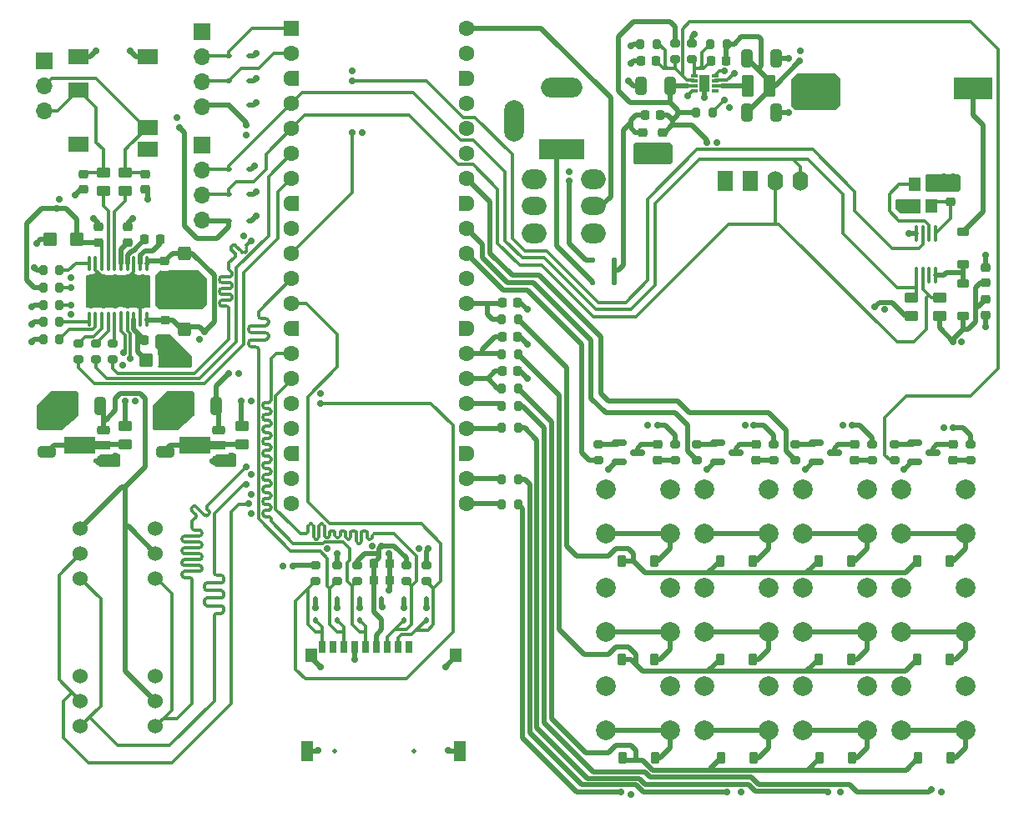
<source format=gbr>
%TF.GenerationSoftware,KiCad,Pcbnew,8.0.8*%
%TF.CreationDate,2025-04-26T14:11:05+03:00*%
%TF.ProjectId,rpi_pico_media_board,7270695f-7069-4636-9f5f-6d656469615f,rev?*%
%TF.SameCoordinates,Original*%
%TF.FileFunction,Copper,L1,Top*%
%TF.FilePolarity,Positive*%
%FSLAX46Y46*%
G04 Gerber Fmt 4.6, Leading zero omitted, Abs format (unit mm)*
G04 Created by KiCad (PCBNEW 8.0.8) date 2025-04-26 14:11:05*
%MOMM*%
%LPD*%
G01*
G04 APERTURE LIST*
G04 Aperture macros list*
%AMRoundRect*
0 Rectangle with rounded corners*
0 $1 Rounding radius*
0 $2 $3 $4 $5 $6 $7 $8 $9 X,Y pos of 4 corners*
0 Add a 4 corners polygon primitive as box body*
4,1,4,$2,$3,$4,$5,$6,$7,$8,$9,$2,$3,0*
0 Add four circle primitives for the rounded corners*
1,1,$1+$1,$2,$3*
1,1,$1+$1,$4,$5*
1,1,$1+$1,$6,$7*
1,1,$1+$1,$8,$9*
0 Add four rect primitives between the rounded corners*
20,1,$1+$1,$2,$3,$4,$5,0*
20,1,$1+$1,$4,$5,$6,$7,0*
20,1,$1+$1,$6,$7,$8,$9,0*
20,1,$1+$1,$8,$9,$2,$3,0*%
%AMFreePoly0*
4,1,28,0.605014,0.794986,0.644504,0.794986,0.724698,0.756366,0.780194,0.686777,0.800000,0.600000,0.800000,-0.600000,0.780194,-0.686777,0.724698,-0.756366,0.644504,-0.794986,0.605014,-0.794986,0.600000,-0.800000,0.000000,-0.800000,-0.178017,-0.779942,-0.347107,-0.720775,-0.498792,-0.625465,-0.625465,-0.498792,-0.720775,-0.347107,-0.779942,-0.178017,-0.800000,0.000000,-0.779942,0.178017,
-0.720775,0.347107,-0.625465,0.498792,-0.498792,0.625465,-0.347107,0.720775,-0.178017,0.779942,0.000000,0.800000,0.600000,0.800000,0.605014,0.794986,0.605014,0.794986,$1*%
%AMFreePoly1*
4,1,28,0.178017,0.779942,0.347107,0.720775,0.498792,0.625465,0.625465,0.498792,0.720775,0.347107,0.779942,0.178017,0.800000,0.000000,0.779942,-0.178017,0.720775,-0.347107,0.625465,-0.498792,0.498792,-0.625465,0.347107,-0.720775,0.178017,-0.779942,0.000000,-0.800000,-0.600000,-0.800000,-0.605014,-0.794986,-0.644504,-0.794986,-0.724698,-0.756366,-0.780194,-0.686777,-0.800000,-0.600000,
-0.800000,0.600000,-0.780194,0.686777,-0.724698,0.756366,-0.644504,0.794986,-0.605014,0.794986,-0.600000,0.800000,0.000000,0.800000,0.178017,0.779942,0.178017,0.779942,$1*%
%AMFreePoly2*
4,1,9,3.862500,-0.866500,0.737500,-0.866500,0.737500,-0.450000,-0.737500,-0.450000,-0.737500,0.450000,0.737500,0.450000,0.737500,0.866500,3.862500,0.866500,3.862500,-0.866500,3.862500,-0.866500,$1*%
G04 Aperture macros list end*
%TA.AperFunction,SMDPad,CuDef*%
%ADD10RoundRect,0.225000X-0.225000X-0.375000X0.225000X-0.375000X0.225000X0.375000X-0.225000X0.375000X0*%
%TD*%
%TA.AperFunction,SMDPad,CuDef*%
%ADD11RoundRect,0.150000X-0.587500X-0.150000X0.587500X-0.150000X0.587500X0.150000X-0.587500X0.150000X0*%
%TD*%
%TA.AperFunction,ComponentPad*%
%ADD12O,2.500000X2.000000*%
%TD*%
%TA.AperFunction,ComponentPad*%
%ADD13O,2.500000X1.850000*%
%TD*%
%TA.AperFunction,SMDPad,CuDef*%
%ADD14RoundRect,0.200000X-0.275000X0.200000X-0.275000X-0.200000X0.275000X-0.200000X0.275000X0.200000X0*%
%TD*%
%TA.AperFunction,SMDPad,CuDef*%
%ADD15RoundRect,0.225000X-0.250000X0.225000X-0.250000X-0.225000X0.250000X-0.225000X0.250000X0.225000X0*%
%TD*%
%TA.AperFunction,SMDPad,CuDef*%
%ADD16RoundRect,0.225000X0.250000X-0.225000X0.250000X0.225000X-0.250000X0.225000X-0.250000X-0.225000X0*%
%TD*%
%TA.AperFunction,SMDPad,CuDef*%
%ADD17RoundRect,0.112500X-0.187500X-0.112500X0.187500X-0.112500X0.187500X0.112500X-0.187500X0.112500X0*%
%TD*%
%TA.AperFunction,SMDPad,CuDef*%
%ADD18RoundRect,0.200000X0.275000X-0.200000X0.275000X0.200000X-0.275000X0.200000X-0.275000X-0.200000X0*%
%TD*%
%TA.AperFunction,SMDPad,CuDef*%
%ADD19RoundRect,0.225000X-0.225000X-0.250000X0.225000X-0.250000X0.225000X0.250000X-0.225000X0.250000X0*%
%TD*%
%TA.AperFunction,ComponentPad*%
%ADD20R,4.600000X2.000000*%
%TD*%
%TA.AperFunction,ComponentPad*%
%ADD21O,4.200000X2.000000*%
%TD*%
%TA.AperFunction,ComponentPad*%
%ADD22O,2.000000X4.200000*%
%TD*%
%TA.AperFunction,SMDPad,CuDef*%
%ADD23RoundRect,0.200000X0.200000X0.275000X-0.200000X0.275000X-0.200000X-0.275000X0.200000X-0.275000X0*%
%TD*%
%TA.AperFunction,SMDPad,CuDef*%
%ADD24RoundRect,0.200000X-0.200000X-0.275000X0.200000X-0.275000X0.200000X0.275000X-0.200000X0.275000X0*%
%TD*%
%TA.AperFunction,SMDPad,CuDef*%
%ADD25RoundRect,0.225000X-0.375000X0.225000X-0.375000X-0.225000X0.375000X-0.225000X0.375000X0.225000X0*%
%TD*%
%TA.AperFunction,SMDPad,CuDef*%
%ADD26RoundRect,0.112500X0.112500X-0.187500X0.112500X0.187500X-0.112500X0.187500X-0.112500X-0.187500X0*%
%TD*%
%TA.AperFunction,ComponentPad*%
%ADD27C,2.000000*%
%TD*%
%TA.AperFunction,SMDPad,CuDef*%
%ADD28R,0.650000X0.300000*%
%TD*%
%TA.AperFunction,SMDPad,CuDef*%
%ADD29R,1.100000X1.700000*%
%TD*%
%TA.AperFunction,ComponentPad*%
%ADD30C,1.524000*%
%TD*%
%TA.AperFunction,SMDPad,CuDef*%
%ADD31RoundRect,0.250000X0.325000X0.650000X-0.325000X0.650000X-0.325000X-0.650000X0.325000X-0.650000X0*%
%TD*%
%TA.AperFunction,ComponentPad*%
%ADD32R,1.700000X1.700000*%
%TD*%
%TA.AperFunction,ComponentPad*%
%ADD33O,1.700000X1.700000*%
%TD*%
%TA.AperFunction,SMDPad,CuDef*%
%ADD34RoundRect,0.225000X0.225000X0.250000X-0.225000X0.250000X-0.225000X-0.250000X0.225000X-0.250000X0*%
%TD*%
%TA.AperFunction,SMDPad,CuDef*%
%ADD35RoundRect,0.250000X-0.325000X-0.650000X0.325000X-0.650000X0.325000X0.650000X-0.325000X0.650000X0*%
%TD*%
%TA.AperFunction,SMDPad,CuDef*%
%ADD36RoundRect,0.250000X0.450000X-0.262500X0.450000X0.262500X-0.450000X0.262500X-0.450000X-0.262500X0*%
%TD*%
%TA.AperFunction,ComponentPad*%
%ADD37R,1.600000X2.000000*%
%TD*%
%TA.AperFunction,ComponentPad*%
%ADD38O,1.600000X2.000000*%
%TD*%
%TA.AperFunction,SMDPad,CuDef*%
%ADD39RoundRect,0.100000X-0.100000X0.712500X-0.100000X-0.712500X0.100000X-0.712500X0.100000X0.712500X0*%
%TD*%
%TA.AperFunction,SMDPad,CuDef*%
%ADD40RoundRect,0.218750X-0.218750X-0.256250X0.218750X-0.256250X0.218750X0.256250X-0.218750X0.256250X0*%
%TD*%
%TA.AperFunction,SMDPad,CuDef*%
%ADD41RoundRect,0.218750X-0.256250X0.218750X-0.256250X-0.218750X0.256250X-0.218750X0.256250X0.218750X0*%
%TD*%
%TA.AperFunction,SMDPad,CuDef*%
%ADD42RoundRect,0.250000X0.450000X0.425000X-0.450000X0.425000X-0.450000X-0.425000X0.450000X-0.425000X0*%
%TD*%
%TA.AperFunction,SMDPad,CuDef*%
%ADD43R,1.200000X1.400000*%
%TD*%
%TA.AperFunction,ComponentPad*%
%ADD44RoundRect,0.200000X-0.600000X-0.600000X0.600000X-0.600000X0.600000X0.600000X-0.600000X0.600000X0*%
%TD*%
%TA.AperFunction,ComponentPad*%
%ADD45C,1.600000*%
%TD*%
%TA.AperFunction,ComponentPad*%
%ADD46FreePoly0,0.000000*%
%TD*%
%TA.AperFunction,ComponentPad*%
%ADD47FreePoly1,0.000000*%
%TD*%
%TA.AperFunction,SMDPad,CuDef*%
%ADD48RoundRect,0.225000X0.375000X-0.225000X0.375000X0.225000X-0.375000X0.225000X-0.375000X-0.225000X0*%
%TD*%
%TA.AperFunction,SMDPad,CuDef*%
%ADD49R,4.000000X2.300000*%
%TD*%
%TA.AperFunction,SMDPad,CuDef*%
%ADD50R,4.400000X2.300000*%
%TD*%
%TA.AperFunction,SMDPad,CuDef*%
%ADD51RoundRect,0.125000X0.125000X0.125000X-0.125000X0.125000X-0.125000X-0.125000X0.125000X-0.125000X0*%
%TD*%
%TA.AperFunction,SMDPad,CuDef*%
%ADD52R,0.700000X1.300000*%
%TD*%
%TA.AperFunction,ComponentPad*%
%ADD53C,0.500000*%
%TD*%
%TA.AperFunction,SMDPad,CuDef*%
%ADD54R,1.200000X2.000000*%
%TD*%
%TA.AperFunction,SMDPad,CuDef*%
%ADD55RoundRect,0.250000X0.650000X-0.325000X0.650000X0.325000X-0.650000X0.325000X-0.650000X-0.325000X0*%
%TD*%
%TA.AperFunction,SMDPad,CuDef*%
%ADD56RoundRect,0.250000X-0.425000X0.450000X-0.425000X-0.450000X0.425000X-0.450000X0.425000X0.450000X0*%
%TD*%
%TA.AperFunction,SMDPad,CuDef*%
%ADD57RoundRect,0.225000X0.425000X0.225000X-0.425000X0.225000X-0.425000X-0.225000X0.425000X-0.225000X0*%
%TD*%
%TA.AperFunction,SMDPad,CuDef*%
%ADD58FreePoly2,180.000000*%
%TD*%
%TA.AperFunction,SMDPad,CuDef*%
%ADD59R,2.000000X1.500000*%
%TD*%
%TA.AperFunction,SMDPad,CuDef*%
%ADD60RoundRect,0.250000X0.425000X-0.450000X0.425000X0.450000X-0.425000X0.450000X-0.425000X-0.450000X0*%
%TD*%
%TA.AperFunction,SMDPad,CuDef*%
%ADD61RoundRect,0.250000X-0.375000X-0.850000X0.375000X-0.850000X0.375000X0.850000X-0.375000X0.850000X0*%
%TD*%
%TA.AperFunction,SMDPad,CuDef*%
%ADD62RoundRect,0.250000X-0.450000X-0.425000X0.450000X-0.425000X0.450000X0.425000X-0.450000X0.425000X0*%
%TD*%
%TA.AperFunction,SMDPad,CuDef*%
%ADD63RoundRect,0.100000X-0.100000X0.637500X-0.100000X-0.637500X0.100000X-0.637500X0.100000X0.637500X0*%
%TD*%
%TA.AperFunction,ViaPad*%
%ADD64C,0.700000*%
%TD*%
%TA.AperFunction,Conductor*%
%ADD65C,0.300000*%
%TD*%
%TA.AperFunction,Conductor*%
%ADD66C,0.500000*%
%TD*%
G04 APERTURE END LIST*
D10*
%TO.P,D504,1,K*%
%TO.N,Net-(D504-K)*%
X111100000Y-115750000D03*
%TO.P,D504,2,A*%
%TO.N,Net-(D504-A)*%
X114400000Y-115750000D03*
%TD*%
D11*
%TO.P,Q501,1,G*%
%TO.N,Net-(Q501-G)*%
X120812500Y-93800000D03*
%TO.P,Q501,2,S*%
%TO.N,GND*%
X120812500Y-95700000D03*
%TO.P,Q501,3,D*%
%TO.N,/[5]Macro_Pad/USR_LED_1_K*%
X122687500Y-94750000D03*
%TD*%
%TO.P,Q500,1,G*%
%TO.N,Net-(Q500-G)*%
X110812500Y-93800000D03*
%TO.P,Q500,2,S*%
%TO.N,GND*%
X110812500Y-95700000D03*
%TO.P,Q500,3,D*%
%TO.N,/[5]Macro_Pad/USR_LED_0_K*%
X112687500Y-94750000D03*
%TD*%
D12*
%TO.P,SW200,1*%
%TO.N,unconnected-(SW200-Pad1)*%
X108250000Y-72490000D03*
D13*
%TO.P,SW200,2*%
%TO.N,+RPI_VBUS*%
X108250000Y-69750000D03*
D12*
%TO.P,SW200,3*%
%TO.N,Net-(D200-A)*%
X108250000Y-67010000D03*
%TO.P,SW200,4*%
X102250000Y-67010000D03*
D13*
%TO.P,SW200,5*%
%TO.N,+RPI_VBUS*%
X102250000Y-69750000D03*
D12*
%TO.P,SW200,6*%
%TO.N,unconnected-(SW200-Pad6)*%
X102250000Y-72490000D03*
%TD*%
D14*
%TO.P,R402,1*%
%TO.N,+3.3V*%
X84250000Y-106175000D03*
%TO.P,R402,2*%
%TO.N,SPI1_SD_CARD_SCK*%
X84250000Y-107825000D03*
%TD*%
D15*
%TO.P,C101,1*%
%TO.N,+5V*%
X115250000Y-62225000D03*
%TO.P,C101,2*%
%TO.N,GND*%
X115250000Y-63775000D03*
%TD*%
D14*
%TO.P,R401,1*%
%TO.N,+3.3V*%
X89250000Y-106175000D03*
%TO.P,R401,2*%
%TO.N,SPI1_SD_CARD_MOSI*%
X89250000Y-107825000D03*
%TD*%
D16*
%TO.P,C301,1*%
%TO.N,/[3]PCM5102/VNEG*%
X60975000Y-73412500D03*
%TO.P,C301,2*%
%TO.N,GND*%
X60975000Y-71862500D03*
%TD*%
D17*
%TO.P,D201,1,A1*%
%TO.N,+3.3V*%
X71225000Y-59500000D03*
%TO.P,D201,2,A2*%
%TO.N,GND*%
X73325000Y-59500000D03*
%TD*%
D10*
%TO.P,D507,1,K*%
%TO.N,Net-(D504-K)*%
X141100000Y-115750000D03*
%TO.P,D507,2,A*%
%TO.N,Net-(D507-A)*%
X144400000Y-115750000D03*
%TD*%
D18*
%TO.P,R104,1*%
%TO.N,/[1]Power/FB_3V3*%
X118250000Y-54825000D03*
%TO.P,R104,2*%
%TO.N,GND*%
X118250000Y-53175000D03*
%TD*%
D19*
%TO.P,C500,1*%
%TO.N,MACRO_PAD_BTN_ROW_0*%
X98975000Y-79500000D03*
%TO.P,C500,2*%
%TO.N,GND*%
X100525000Y-79500000D03*
%TD*%
D20*
%TO.P,J100,1*%
%TO.N,VDC*%
X105000000Y-64000000D03*
D21*
%TO.P,J100,2*%
%TO.N,GND*%
X105000000Y-57700000D03*
D22*
%TO.P,J100,3*%
X100200000Y-61100000D03*
%TD*%
D23*
%TO.P,R103,1*%
%TO.N,+3.3V*%
X121750000Y-53250000D03*
%TO.P,R103,2*%
%TO.N,/[1]Power/FB_3V3*%
X120100000Y-53250000D03*
%TD*%
D24*
%TO.P,R501,1*%
%TO.N,MACRO_PAD_BTN_COL_2*%
X98925000Y-92250000D03*
%TO.P,R501,2*%
%TO.N,Net-(R501-Pad2)*%
X100575000Y-92250000D03*
%TD*%
D25*
%TO.P,D601,1,K*%
%TO.N,/[6]I2C_Peripherals/PCF_VDD*%
X145750000Y-77600000D03*
%TO.P,D601,2,A*%
%TO.N,+3.3V*%
X145750000Y-80900000D03*
%TD*%
D26*
%TO.P,D401,1,A1*%
%TO.N,SPI1_SD_CARD_MISO*%
X82250000Y-111800000D03*
%TO.P,D401,2,A2*%
%TO.N,GND*%
X82250000Y-109700000D03*
%TD*%
D27*
%TO.P,U511,1,1*%
%TO.N,Net-(R500-Pad2)*%
X139500000Y-118500000D03*
X146000000Y-118500000D03*
%TO.P,U511,2,2*%
%TO.N,Net-(D511-A)*%
X139500000Y-123000000D03*
X146000000Y-123000000D03*
%TD*%
D28*
%TO.P,PS100,1,FB*%
%TO.N,/[1]Power/FB_3V3*%
X118450000Y-56500000D03*
%TO.P,PS100,2,PG*%
%TO.N,PG_3V3*%
X118450000Y-57000000D03*
%TO.P,PS100,3,IN*%
%TO.N,+5V*%
X118450000Y-57500000D03*
%TO.P,PS100,4,PGND_1*%
%TO.N,GND*%
X118450000Y-58000000D03*
%TO.P,PS100,5,NC*%
%TO.N,unconnected-(PS100-NC-Pad5)*%
X120550000Y-58000000D03*
%TO.P,PS100,6,LX*%
%TO.N,/[1]Power/SW_3V3*%
X120550000Y-57500000D03*
%TO.P,PS100,7,EN*%
%TO.N,/[1]Power/EN_3V3*%
X120550000Y-57000000D03*
%TO.P,PS100,8,SGND*%
%TO.N,GND*%
X120550000Y-56500000D03*
D29*
%TO.P,PS100,9,PGND_2*%
X119500000Y-57250000D03*
%TD*%
D27*
%TO.P,U503,1,1*%
%TO.N,Net-(R500-Pad2)*%
X139500000Y-98500000D03*
X146000000Y-98500000D03*
%TO.P,U503,2,2*%
%TO.N,Net-(D503-A)*%
X139500000Y-103000000D03*
X146000000Y-103000000D03*
%TD*%
D14*
%TO.P,R108,1*%
%TO.N,Net-(Q100-G)*%
X138750000Y-93925000D03*
%TO.P,R108,2*%
%TO.N,PG_3V3*%
X138750000Y-95575000D03*
%TD*%
D27*
%TO.P,U509,1,1*%
%TO.N,Net-(R502-Pad2)*%
X119500000Y-118500000D03*
X126000000Y-118500000D03*
%TO.P,U509,2,2*%
%TO.N,Net-(D509-A)*%
X119500000Y-123000000D03*
X126000000Y-123000000D03*
%TD*%
D18*
%TO.P,R107,1*%
%TO.N,/[1]Power/LED_PWR_A*%
X146500000Y-95575000D03*
%TO.P,R107,2*%
%TO.N,+5V*%
X146500000Y-93925000D03*
%TD*%
D30*
%TO.P,U203,1,3V*%
%TO.N,+3.3VA_INMP*%
X63810000Y-120000000D03*
%TO.P,U203,2,GND*%
%TO.N,GND*%
X63810000Y-117460000D03*
%TO.P,U203,3,BCLK*%
%TO.N,I2S_INMP441_SCK*%
X56190000Y-122540000D03*
%TO.P,U203,4,DOUT*%
%TO.N,I2S_INMP441_DATA*%
X63810000Y-122540000D03*
%TO.P,U203,5,LRCLK*%
%TO.N,I2S_INMP441_SCL*%
X56190000Y-120000000D03*
%TO.P,U203,6,SEL*%
%TO.N,GND*%
X56190000Y-117460000D03*
%TD*%
D31*
%TO.P,C108,1*%
%TO.N,+3.3VA_PCM*%
X69975000Y-90000000D03*
%TO.P,C108,2*%
%TO.N,GND*%
X67025000Y-90000000D03*
%TD*%
D26*
%TO.P,D404,1,A1*%
%TO.N,SPI1_SD_CARD_CS*%
X91250000Y-111800000D03*
%TO.P,D404,2,A2*%
%TO.N,GND*%
X91250000Y-109700000D03*
%TD*%
D32*
%TO.P,J301,1,Pin_1*%
%TO.N,GND*%
X52500000Y-55000000D03*
D33*
%TO.P,J301,2,Pin_2*%
%TO.N,/[3]PCM5102/OUT_L*%
X52500000Y-57540000D03*
%TO.P,J301,3,Pin_3*%
%TO.N,/[3]PCM5102/OUT_R*%
X52500000Y-60080000D03*
%TD*%
D34*
%TO.P,C104,1*%
%TO.N,+3.3V*%
X121700000Y-55000000D03*
%TO.P,C104,2*%
%TO.N,/[1]Power/FB_3V3*%
X120150000Y-55000000D03*
%TD*%
D18*
%TO.P,R509,1*%
%TO.N,/[5]Macro_Pad/USR_LED_1_A*%
X126500000Y-95575000D03*
%TO.P,R509,2*%
%TO.N,+5V*%
X126500000Y-93925000D03*
%TD*%
D35*
%TO.P,C106,1*%
%TO.N,+3.3V*%
X123775000Y-54750000D03*
%TO.P,C106,2*%
%TO.N,GND*%
X126725000Y-54750000D03*
%TD*%
D27*
%TO.P,U507,1,1*%
%TO.N,Net-(R500-Pad2)*%
X139500000Y-108500000D03*
X146000000Y-108500000D03*
%TO.P,U507,2,2*%
%TO.N,Net-(D507-A)*%
X139500000Y-113000000D03*
X146000000Y-113000000D03*
%TD*%
D36*
%TO.P,R106,1*%
%TO.N,/[1]Power/+5V_FILT_2*%
X60750000Y-93912500D03*
%TO.P,R106,2*%
%TO.N,+5V*%
X60750000Y-92087500D03*
%TD*%
D37*
%TO.P,Brd600,1,GND*%
%TO.N,GND*%
X121630000Y-67150000D03*
%TO.P,Brd600,2,VCC*%
%TO.N,+3.3V*%
X124170000Y-67150000D03*
D38*
%TO.P,Brd600,3,SCL*%
%TO.N,I2C1_SCL*%
X126710000Y-67150000D03*
%TO.P,Brd600,4,SDA*%
%TO.N,I2C1_SDA*%
X129250000Y-67150000D03*
%TD*%
D19*
%TO.P,C302,1*%
%TO.N,/[3]PCM5102/LDO*%
X62700000Y-83362500D03*
%TO.P,C302,2*%
%TO.N,GND*%
X64250000Y-83362500D03*
%TD*%
D18*
%TO.P,R507,1*%
%TO.N,/[5]Macro_Pad/USR_LED_0_A*%
X116500000Y-95575000D03*
%TO.P,R507,2*%
%TO.N,+5V*%
X116500000Y-93925000D03*
%TD*%
D10*
%TO.P,D509,1,K*%
%TO.N,Net-(D508-K)*%
X121200000Y-125750000D03*
%TO.P,D509,2,A*%
%TO.N,Net-(D509-A)*%
X124500000Y-125750000D03*
%TD*%
D24*
%TO.P,R502,1*%
%TO.N,MACRO_PAD_BTN_COL_1*%
X98925000Y-97500000D03*
%TO.P,R502,2*%
%TO.N,Net-(R502-Pad2)*%
X100575000Y-97500000D03*
%TD*%
D10*
%TO.P,D503,1,K*%
%TO.N,Net-(D500-K)*%
X141100000Y-105750000D03*
%TO.P,D503,2,A*%
%TO.N,Net-(D503-A)*%
X144400000Y-105750000D03*
%TD*%
D36*
%TO.P,R308,1*%
%TO.N,/[3]PCM5102/OUTR*%
X58500000Y-68162500D03*
%TO.P,R308,2*%
%TO.N,/[3]PCM5102/OUT_R*%
X58500000Y-66337500D03*
%TD*%
D39*
%TO.P,U600,1,OSCI*%
%TO.N,/[6]I2C_Peripherals/OSCI*%
X142950000Y-72500000D03*
%TO.P,U600,2,OSCO*%
%TO.N,/[6]I2C_Peripherals/OSCO*%
X142300000Y-72500000D03*
%TO.P,U600,3,~{INT}*%
%TO.N,PCF8563_INT*%
X141650000Y-72500000D03*
%TO.P,U600,4,VSS*%
%TO.N,GND*%
X141000000Y-72500000D03*
%TO.P,U600,5,SDA*%
%TO.N,I2C1_SDA*%
X141000000Y-76725000D03*
%TO.P,U600,6,SCL*%
%TO.N,I2C1_SCL*%
X141650000Y-76725000D03*
%TO.P,U600,7,CLKO*%
%TO.N,unconnected-(U600-CLKO-Pad7)*%
X142300000Y-76725000D03*
%TO.P,U600,8,VDD*%
%TO.N,/[6]I2C_Peripherals/PCF_VDD*%
X142950000Y-76725000D03*
%TD*%
D24*
%TO.P,R505,1*%
%TO.N,MACRO_PAD_BTN_ROW_1*%
X98925000Y-84750000D03*
%TO.P,R505,2*%
%TO.N,Net-(D504-K)*%
X100575000Y-84750000D03*
%TD*%
D16*
%TO.P,C306,1*%
%TO.N,+3.3VA_PCM*%
X64750000Y-81275000D03*
%TO.P,C306,2*%
%TO.N,GND*%
X64750000Y-79725000D03*
%TD*%
D26*
%TO.P,D405,1,A1*%
%TO.N,SPI1_SD_CARD_CARD_DETECT*%
X80000000Y-111800000D03*
%TO.P,D405,2,A2*%
%TO.N,GND*%
X80000000Y-109700000D03*
%TD*%
D40*
%TO.P,L100,1,1*%
%TO.N,VCC*%
X113462500Y-60500000D03*
%TO.P,L100,2,2*%
%TO.N,+5V*%
X115037500Y-60500000D03*
%TD*%
D16*
%TO.P,C308,1*%
%TO.N,+3.3V*%
X57975000Y-73412500D03*
%TO.P,C308,2*%
%TO.N,GND*%
X57975000Y-71862500D03*
%TD*%
D36*
%TO.P,R601,1*%
%TO.N,+3.3V*%
X143325000Y-80862500D03*
%TO.P,R601,2*%
%TO.N,I2C1_SCL*%
X143325000Y-79037500D03*
%TD*%
D34*
%TO.P,C300,1*%
%TO.N,Net-(U300-CAPP)*%
X64250000Y-73137500D03*
%TO.P,C300,2*%
%TO.N,Net-(U300-CAPM)*%
X62700000Y-73137500D03*
%TD*%
D24*
%TO.P,R101,1*%
%TO.N,+5V*%
X118675000Y-60250000D03*
%TO.P,R101,2*%
%TO.N,/[1]Power/EN_3V3*%
X120325000Y-60250000D03*
%TD*%
D27*
%TO.P,U501,1,1*%
%TO.N,Net-(R502-Pad2)*%
X119500000Y-98500000D03*
X126000000Y-98500000D03*
%TO.P,U501,2,2*%
%TO.N,Net-(D501-A)*%
X119500000Y-103000000D03*
X126000000Y-103000000D03*
%TD*%
D16*
%TO.P,C600,1*%
%TO.N,+3.3V*%
X148000000Y-77525000D03*
%TO.P,C600,2*%
%TO.N,GND*%
X148000000Y-75975000D03*
%TD*%
D11*
%TO.P,Q100,1,G*%
%TO.N,Net-(Q100-G)*%
X140812500Y-93800000D03*
%TO.P,Q100,2,S*%
%TO.N,GND*%
X140812500Y-95700000D03*
%TO.P,Q100,3,D*%
%TO.N,/[1]Power/LED_PWR_K*%
X142687500Y-94750000D03*
%TD*%
D32*
%TO.P,J200,1,Pin_1*%
%TO.N,GND*%
X68525000Y-52000000D03*
D33*
%TO.P,J200,2,Pin_2*%
%TO.N,UART0_TX*%
X68525000Y-54540000D03*
%TO.P,J200,3,Pin_3*%
%TO.N,UART0_RX*%
X68525000Y-57080000D03*
%TO.P,J200,4,Pin_4*%
%TO.N,+3.3V*%
X68525000Y-59620000D03*
%TD*%
D41*
%TO.P,D513,1,K*%
%TO.N,/[5]Macro_Pad/USR_LED_1_K*%
X124750000Y-93962500D03*
%TO.P,D513,2,A*%
%TO.N,/[5]Macro_Pad/USR_LED_1_A*%
X124750000Y-95537500D03*
%TD*%
D42*
%TO.P,C309,1*%
%TO.N,+3.3V*%
X55825000Y-73137500D03*
%TO.P,C309,2*%
%TO.N,GND*%
X53125000Y-73137500D03*
%TD*%
D36*
%TO.P,R600,1*%
%TO.N,+3.3V*%
X140500000Y-80862500D03*
%TO.P,R600,2*%
%TO.N,I2C1_SDA*%
X140500000Y-79037500D03*
%TD*%
D27*
%TO.P,U502,1,1*%
%TO.N,Net-(R501-Pad2)*%
X129500000Y-98500000D03*
X136000000Y-98500000D03*
%TO.P,U502,2,2*%
%TO.N,Net-(D502-A)*%
X129500000Y-103000000D03*
X136000000Y-103000000D03*
%TD*%
%TO.P,U504,1,1*%
%TO.N,Net-(R503-Pad2)*%
X109500000Y-108500000D03*
X116000000Y-108500000D03*
%TO.P,U504,2,2*%
%TO.N,Net-(D504-A)*%
X109500000Y-113000000D03*
X116000000Y-113000000D03*
%TD*%
D15*
%TO.P,C304,1*%
%TO.N,+3.3VA_PCM*%
X64725000Y-75337500D03*
%TO.P,C304,2*%
%TO.N,GND*%
X64725000Y-76887500D03*
%TD*%
D10*
%TO.P,D510,1,K*%
%TO.N,Net-(D508-K)*%
X131200000Y-125750000D03*
%TO.P,D510,2,A*%
%TO.N,Net-(D510-A)*%
X134500000Y-125750000D03*
%TD*%
D26*
%TO.P,D403,1,A1*%
%TO.N,SPI1_SD_CARD_SCK*%
X84500000Y-111800000D03*
%TO.P,D403,2,A2*%
%TO.N,GND*%
X84500000Y-109700000D03*
%TD*%
D24*
%TO.P,R307,1*%
%TO.N,GND*%
X52425000Y-79750000D03*
%TO.P,R307,2*%
%TO.N,/[3]PCM5102/FMT*%
X54075000Y-79750000D03*
%TD*%
D10*
%TO.P,D506,1,K*%
%TO.N,Net-(D504-K)*%
X131100000Y-115750000D03*
%TO.P,D506,2,A*%
%TO.N,Net-(D506-A)*%
X134400000Y-115750000D03*
%TD*%
D19*
%TO.P,C502,1*%
%TO.N,MACRO_PAD_BTN_ROW_2*%
X98975000Y-86500000D03*
%TO.P,C502,2*%
%TO.N,GND*%
X100525000Y-86500000D03*
%TD*%
D43*
%TO.P,Y600,1,1*%
%TO.N,/[6]I2C_Peripherals/OSCI*%
X142500000Y-69750000D03*
%TO.P,Y600,2,2*%
%TO.N,GND*%
X142500000Y-67550000D03*
%TO.P,Y600,3,3*%
%TO.N,/[6]I2C_Peripherals/OSCO*%
X140800000Y-67550000D03*
%TO.P,Y600,4,4*%
%TO.N,GND*%
X140800000Y-69750000D03*
%TD*%
D24*
%TO.P,R303,1*%
%TO.N,GND*%
X52425000Y-83250000D03*
%TO.P,R303,2*%
%TO.N,/[3]PCM5102/SCK*%
X54075000Y-83250000D03*
%TD*%
D31*
%TO.P,C102,1*%
%TO.N,+5V*%
X115975000Y-57500000D03*
%TO.P,C102,2*%
%TO.N,GND*%
X113025000Y-57500000D03*
%TD*%
D10*
%TO.P,D505,1,K*%
%TO.N,Net-(D504-K)*%
X121100000Y-115750000D03*
%TO.P,D505,2,A*%
%TO.N,Net-(D505-A)*%
X124400000Y-115750000D03*
%TD*%
D17*
%TO.P,D202,1,A1*%
%TO.N,UART0_RX*%
X71225000Y-57000000D03*
%TO.P,D202,2,A2*%
%TO.N,GND*%
X73325000Y-57000000D03*
%TD*%
D10*
%TO.P,D500,1,K*%
%TO.N,Net-(D500-K)*%
X111100000Y-105750000D03*
%TO.P,D500,2,A*%
%TO.N,Net-(D500-A)*%
X114400000Y-105750000D03*
%TD*%
D17*
%TO.P,D206,1,A1*%
%TO.N,I2C1_SDA*%
X71225000Y-66000000D03*
%TO.P,D206,2,A2*%
%TO.N,GND*%
X73325000Y-66000000D03*
%TD*%
D14*
%TO.P,R508,1*%
%TO.N,Net-(Q500-G)*%
X108750000Y-93925000D03*
%TO.P,R508,2*%
%TO.N,USR_LED_0*%
X108750000Y-95575000D03*
%TD*%
D35*
%TO.P,C105,1*%
%TO.N,+3.3V*%
X123775000Y-60250000D03*
%TO.P,C105,2*%
%TO.N,GND*%
X126725000Y-60250000D03*
%TD*%
D16*
%TO.P,C602,1*%
%TO.N,/[6]I2C_Peripherals/OSCI*%
X144500000Y-69275000D03*
%TO.P,C602,2*%
%TO.N,GND*%
X144500000Y-67725000D03*
%TD*%
D44*
%TO.P,U200,1,GPIO0*%
%TO.N,UART0_TX*%
X77610000Y-51670000D03*
D45*
%TO.P,U200,2,GPIO1*%
%TO.N,UART0_RX*%
X77610000Y-54210000D03*
D46*
%TO.P,U200,3,GND*%
%TO.N,GND*%
X77610000Y-56750000D03*
D45*
%TO.P,U200,4,GPIO2*%
%TO.N,I2C1_SDA*%
X77610000Y-59290000D03*
%TO.P,U200,5,GPIO3*%
%TO.N,I2C1_SCL*%
X77610000Y-61830000D03*
%TO.P,U200,6,GPIO4*%
%TO.N,I2S_PCM5102_DATA*%
X77610000Y-64370000D03*
%TO.P,U200,7,GPIO5*%
%TO.N,I2S_PCM5102_SCK*%
X77610000Y-66910000D03*
D46*
%TO.P,U200,8,GND*%
%TO.N,GND*%
X77610000Y-69450000D03*
D45*
%TO.P,U200,9,GPIO6*%
%TO.N,I2S_PCM5102_SCL*%
X77610000Y-71990000D03*
%TO.P,U200,10,GPIO7*%
%TO.N,PCF8563_INT*%
X77610000Y-74530000D03*
%TO.P,U200,11,GPIO8*%
%TO.N,SPI1_SD_CARD_MISO*%
X77610000Y-77070000D03*
%TO.P,U200,12,GPIO9*%
%TO.N,SPI1_SD_CARD_CS*%
X77610000Y-79610000D03*
D46*
%TO.P,U200,13,GND*%
%TO.N,GND*%
X77610000Y-82150000D03*
D45*
%TO.P,U200,14,GPIO10*%
%TO.N,SPI1_SD_CARD_SCK*%
X77610000Y-84690000D03*
%TO.P,U200,15,GPIO11*%
%TO.N,SPI1_SD_CARD_MOSI*%
X77610000Y-87230000D03*
%TO.P,U200,16,GPIO12*%
%TO.N,SPI1_SD_CARD_CARD_DETECT*%
X77610000Y-89770000D03*
%TO.P,U200,17,GPIO13*%
%TO.N,I2S_INMP441_DATA*%
X77610000Y-92310000D03*
D46*
%TO.P,U200,18,GND*%
%TO.N,GND*%
X77610000Y-94850000D03*
D45*
%TO.P,U200,19,GPIO14*%
%TO.N,I2S_INMP441_SCK*%
X77610000Y-97390000D03*
%TO.P,U200,20,GPIO15*%
%TO.N,I2S_INMP441_SCL*%
X77610000Y-99930000D03*
%TO.P,U200,21,GPIO16*%
%TO.N,MACRO_PAD_BTN_COL_0*%
X95390000Y-99930000D03*
%TO.P,U200,22,GPIO17*%
%TO.N,MACRO_PAD_BTN_COL_1*%
X95390000Y-97390000D03*
D47*
%TO.P,U200,23,GND*%
%TO.N,GND*%
X95390000Y-94850000D03*
D45*
%TO.P,U200,24,GPIO18*%
%TO.N,MACRO_PAD_BTN_COL_2*%
X95390000Y-92310000D03*
%TO.P,U200,25,GPIO19*%
%TO.N,MACRO_PAD_BTN_COL_3*%
X95390000Y-89770000D03*
%TO.P,U200,26,GPIO20*%
%TO.N,MACRO_PAD_BTN_ROW_2*%
X95390000Y-87230000D03*
%TO.P,U200,27,GPIO21*%
%TO.N,MACRO_PAD_BTN_ROW_1*%
X95390000Y-84690000D03*
D47*
%TO.P,U200,28,GND*%
%TO.N,GND*%
X95390000Y-82150000D03*
D45*
%TO.P,U200,29,GPIO22*%
%TO.N,MACRO_PAD_BTN_ROW_0*%
X95390000Y-79610000D03*
%TO.P,U200,30,RUN*%
%TO.N,unconnected-(U200-RUN-Pad30)*%
X95390000Y-77070000D03*
%TO.P,U200,31,GPIO26_ADC0*%
%TO.N,USR_LED_0*%
X95390000Y-74530000D03*
%TO.P,U200,32,GPIO27_ADC1*%
%TO.N,USR_LED_1*%
X95390000Y-71990000D03*
D47*
%TO.P,U200,33,AGND*%
%TO.N,unconnected-(U200-AGND-Pad33)*%
X95390000Y-69450000D03*
D45*
%TO.P,U200,34,GPIO28_ADC2*%
%TO.N,USR_LED_2*%
X95390000Y-66910000D03*
%TO.P,U200,35,ADC_VREF*%
%TO.N,unconnected-(U200-ADC_VREF-Pad35)*%
X95390000Y-64370000D03*
%TO.P,U200,36,3V3*%
%TO.N,unconnected-(U200-3V3-Pad36)*%
X95390000Y-61830000D03*
%TO.P,U200,37,3V3_EN*%
%TO.N,unconnected-(U200-3V3_EN-Pad37)*%
X95390000Y-59290000D03*
D47*
%TO.P,U200,38,GND*%
%TO.N,GND*%
X95390000Y-56750000D03*
D45*
%TO.P,U200,39,VSYS*%
%TO.N,unconnected-(U200-VSYS-Pad39)*%
X95390000Y-54210000D03*
%TO.P,U200,40,VBUS*%
%TO.N,+RPI_VBUS*%
X95390000Y-51670000D03*
%TD*%
D15*
%TO.P,C311,1*%
%TO.N,/[3]PCM5102/OUT_L*%
X62750000Y-66475000D03*
%TO.P,C311,2*%
%TO.N,GND*%
X62750000Y-68025000D03*
%TD*%
D14*
%TO.P,R510,1*%
%TO.N,Net-(Q501-G)*%
X118750000Y-93925000D03*
%TO.P,R510,2*%
%TO.N,USR_LED_1*%
X118750000Y-95575000D03*
%TD*%
D24*
%TO.P,R306,1*%
%TO.N,+3.3V*%
X52425000Y-78000000D03*
%TO.P,R306,2*%
%TO.N,/[3]PCM5102/XSMT*%
X54075000Y-78000000D03*
%TD*%
D48*
%TO.P,D600,1,K*%
%TO.N,/[6]I2C_Peripherals/PCF_VDD*%
X145750000Y-75650000D03*
%TO.P,D600,2,A*%
%TO.N,/[6]I2C_Peripherals/VBAT*%
X145750000Y-72350000D03*
%TD*%
D18*
%TO.P,R301,1*%
%TO.N,I2S_PCM5102_DATA*%
X57750000Y-85325000D03*
%TO.P,R301,2*%
%TO.N,/[3]PCM5102/DIN*%
X57750000Y-83675000D03*
%TD*%
D49*
%TO.P,BT600,1,+*%
%TO.N,/[6]I2C_Peripherals/VBAT*%
X146750000Y-57750000D03*
D50*
%TO.P,BT600,2,-*%
%TO.N,GND*%
X130750000Y-57750000D03*
%TD*%
D17*
%TO.P,D203,1,A1*%
%TO.N,UART0_TX*%
X71225000Y-54500000D03*
%TO.P,D203,2,A2*%
%TO.N,GND*%
X73325000Y-54500000D03*
%TD*%
D27*
%TO.P,U508,1,1*%
%TO.N,Net-(R503-Pad2)*%
X109500000Y-118500000D03*
X116000000Y-118500000D03*
%TO.P,U508,2,2*%
%TO.N,Net-(D508-A)*%
X109500000Y-123000000D03*
X116000000Y-123000000D03*
%TD*%
D15*
%TO.P,C100,1*%
%TO.N,VCC*%
X113250000Y-62225000D03*
%TO.P,C100,2*%
%TO.N,GND*%
X113250000Y-63775000D03*
%TD*%
%TO.P,C601,1*%
%TO.N,+3.3V*%
X148000000Y-79225000D03*
%TO.P,C601,2*%
%TO.N,GND*%
X148000000Y-80775000D03*
%TD*%
D14*
%TO.P,R404,1*%
%TO.N,+3.3V*%
X80000000Y-106175000D03*
%TO.P,R404,2*%
%TO.N,SPI1_SD_CARD_CARD_DETECT*%
X80000000Y-107825000D03*
%TD*%
D41*
%TO.P,D101,1,K*%
%TO.N,/[1]Power/LED_PWR_K*%
X144750000Y-93962500D03*
%TO.P,D101,2,A*%
%TO.N,/[1]Power/LED_PWR_A*%
X144750000Y-95537500D03*
%TD*%
D51*
%TO.P,D100,1,K*%
%TO.N,VCC*%
X110350000Y-77500000D03*
%TO.P,D100,2,A*%
%TO.N,VDC*%
X108150000Y-77500000D03*
%TD*%
D52*
%TO.P,J400,1,D2/X*%
%TO.N,unconnected-(J400-D2{slash}X-Pad1)*%
X89500000Y-114500000D03*
%TO.P,J400,2,D3/CS*%
%TO.N,SPI1_SD_CARD_CS*%
X88400000Y-114500000D03*
%TO.P,J400,3,CMD/DI*%
%TO.N,SPI1_SD_CARD_MOSI*%
X87300000Y-114500000D03*
%TO.P,J400,4,VDD*%
%TO.N,+3.3V*%
X86200000Y-114500000D03*
%TO.P,J400,5,CLK/SCLK*%
%TO.N,SPI1_SD_CARD_SCK*%
X85100000Y-114500000D03*
%TO.P,J400,6,VSS*%
%TO.N,GND*%
X84000000Y-114500000D03*
%TO.P,J400,7,D0/DO*%
%TO.N,SPI1_SD_CARD_MISO*%
X82900000Y-114500000D03*
%TO.P,J400,8,D1/X*%
%TO.N,unconnected-(J400-D1{slash}X-Pad8)*%
X81800000Y-114500000D03*
D53*
%TO.P,J400,14*%
%TO.N,N/C*%
X81990000Y-125050000D03*
%TO.P,J400,15*%
X89990000Y-125050000D03*
D52*
%TO.P,J400,CD1,CD1*%
%TO.N,SPI1_SD_CARD_CARD_DETECT*%
X80700000Y-114500000D03*
D43*
%TO.P,J400,MP1,MP1*%
%TO.N,GND*%
X79600000Y-115350000D03*
D54*
%TO.P,J400,MP2,MP2*%
X79180000Y-125050000D03*
%TO.P,J400,MP3,MP3*%
X94700000Y-125050000D03*
D43*
%TO.P,J400,MP4,MP4*%
X94280000Y-115350000D03*
%TD*%
D24*
%TO.P,R500,1*%
%TO.N,MACRO_PAD_BTN_COL_3*%
X98925000Y-90000000D03*
%TO.P,R500,2*%
%TO.N,Net-(R500-Pad2)*%
X100575000Y-90000000D03*
%TD*%
D31*
%TO.P,C110,1*%
%TO.N,+3.3VA_INMP*%
X58225000Y-90000000D03*
%TO.P,C110,2*%
%TO.N,GND*%
X55275000Y-90000000D03*
%TD*%
D55*
%TO.P,C107,1*%
%TO.N,/[1]Power/+5V_FILT_1*%
X64750000Y-94725000D03*
%TO.P,C107,2*%
%TO.N,GND*%
X64750000Y-91775000D03*
%TD*%
D36*
%TO.P,R105,1*%
%TO.N,/[1]Power/+5V_FILT_1*%
X72550000Y-93912500D03*
%TO.P,R105,2*%
%TO.N,+5V*%
X72550000Y-92087500D03*
%TD*%
D10*
%TO.P,D501,1,K*%
%TO.N,Net-(D500-K)*%
X121100000Y-105750000D03*
%TO.P,D501,2,A*%
%TO.N,Net-(D501-A)*%
X124400000Y-105750000D03*
%TD*%
D27*
%TO.P,U506,1,1*%
%TO.N,Net-(R501-Pad2)*%
X129500000Y-108500000D03*
X136000000Y-108500000D03*
%TO.P,U506,2,2*%
%TO.N,Net-(D506-A)*%
X129500000Y-113000000D03*
X136000000Y-113000000D03*
%TD*%
D24*
%TO.P,R304,1*%
%TO.N,GND*%
X52425000Y-81500000D03*
%TO.P,R304,2*%
%TO.N,/[3]PCM5102/FLT*%
X54075000Y-81500000D03*
%TD*%
D56*
%TO.P,C305,1*%
%TO.N,+3.3VA_PCM*%
X66725000Y-74512500D03*
%TO.P,C305,2*%
%TO.N,GND*%
X66725000Y-77212500D03*
%TD*%
D41*
%TO.P,D512,1,K*%
%TO.N,/[5]Macro_Pad/USR_LED_0_K*%
X114750000Y-93962500D03*
%TO.P,D512,2,A*%
%TO.N,/[5]Macro_Pad/USR_LED_0_A*%
X114750000Y-95537500D03*
%TD*%
D24*
%TO.P,R504,1*%
%TO.N,MACRO_PAD_BTN_ROW_0*%
X98925000Y-81250000D03*
%TO.P,R504,2*%
%TO.N,Net-(D500-K)*%
X100575000Y-81250000D03*
%TD*%
D15*
%TO.P,C310,1*%
%TO.N,/[3]PCM5102/OUT_R*%
X56500000Y-66475000D03*
%TO.P,C310,2*%
%TO.N,GND*%
X56500000Y-68025000D03*
%TD*%
D36*
%TO.P,R309,1*%
%TO.N,/[3]PCM5102/OUTL*%
X60750000Y-68162500D03*
%TO.P,R309,2*%
%TO.N,/[3]PCM5102/OUT_L*%
X60750000Y-66337500D03*
%TD*%
D27*
%TO.P,U500,1,1*%
%TO.N,Net-(R503-Pad2)*%
X109500000Y-98500000D03*
X116000000Y-98500000D03*
%TO.P,U500,2,2*%
%TO.N,Net-(D500-A)*%
X109500000Y-103000000D03*
X116000000Y-103000000D03*
%TD*%
D24*
%TO.P,R506,1*%
%TO.N,MACRO_PAD_BTN_ROW_2*%
X98925000Y-88250000D03*
%TO.P,R506,2*%
%TO.N,Net-(D508-K)*%
X100575000Y-88250000D03*
%TD*%
D14*
%TO.P,R512,1*%
%TO.N,Net-(Q502-G)*%
X128750000Y-93925000D03*
%TO.P,R512,2*%
%TO.N,USR_LED_2*%
X128750000Y-95575000D03*
%TD*%
D19*
%TO.P,C401,1*%
%TO.N,+3.3V*%
X85975000Y-107750000D03*
%TO.P,C401,2*%
%TO.N,GND*%
X87525000Y-107750000D03*
%TD*%
D26*
%TO.P,D402,1,A1*%
%TO.N,SPI1_SD_CARD_MOSI*%
X89000000Y-111800000D03*
%TO.P,D402,2,A2*%
%TO.N,GND*%
X89000000Y-109700000D03*
%TD*%
D23*
%TO.P,R102,1*%
%TO.N,PG_3V3*%
X114650000Y-53250000D03*
%TO.P,R102,2*%
%TO.N,GND*%
X113000000Y-53250000D03*
%TD*%
D57*
%TO.P,U100,1,GND*%
%TO.N,GND*%
X70250000Y-95500000D03*
D58*
%TO.P,U100,2,VIN*%
%TO.N,/[1]Power/+5V_FILT_1*%
X70162500Y-94000000D03*
D57*
%TO.P,U100,3,VOUT*%
%TO.N,+3.3VA_PCM*%
X70250000Y-92500000D03*
%TD*%
D10*
%TO.P,D511,1,K*%
%TO.N,Net-(D508-K)*%
X141200000Y-125750000D03*
%TO.P,D511,2,A*%
%TO.N,Net-(D511-A)*%
X144500000Y-125750000D03*
%TD*%
D14*
%TO.P,R403,1*%
%TO.N,+3.3V*%
X91250000Y-106175000D03*
%TO.P,R403,2*%
%TO.N,SPI1_SD_CARD_CS*%
X91250000Y-107825000D03*
%TD*%
D51*
%TO.P,D200,1,K*%
%TO.N,VCC*%
X110350000Y-75250000D03*
%TO.P,D200,2,A*%
%TO.N,Net-(D200-A)*%
X108150000Y-75250000D03*
%TD*%
D14*
%TO.P,R400,1*%
%TO.N,+3.3V*%
X82250000Y-106175000D03*
%TO.P,R400,2*%
%TO.N,SPI1_SD_CARD_MISO*%
X82250000Y-107825000D03*
%TD*%
D59*
%TO.P,J300,G*%
%TO.N,GND*%
X56000000Y-54540000D03*
%TO.P,J300,R*%
%TO.N,/[3]PCM5102/OUT_R*%
X56000000Y-57940000D03*
%TO.P,J300,RN*%
%TO.N,unconnected-(J300-PadRN)*%
X56000000Y-63440000D03*
%TO.P,J300,S*%
%TO.N,GND*%
X63000000Y-54540000D03*
%TO.P,J300,T*%
%TO.N,/[3]PCM5102/OUT_L*%
X63000000Y-61740000D03*
%TO.P,J300,TN*%
%TO.N,unconnected-(J300-PadTN)*%
X63000000Y-63940000D03*
%TD*%
D10*
%TO.P,D508,1,K*%
%TO.N,Net-(D508-K)*%
X111200000Y-125750000D03*
%TO.P,D508,2,A*%
%TO.N,Net-(D508-A)*%
X114500000Y-125750000D03*
%TD*%
D19*
%TO.P,C501,1*%
%TO.N,MACRO_PAD_BTN_ROW_1*%
X98975000Y-83000000D03*
%TO.P,C501,2*%
%TO.N,GND*%
X100525000Y-83000000D03*
%TD*%
D55*
%TO.P,C109,1*%
%TO.N,/[1]Power/+5V_FILT_2*%
X52800000Y-94725000D03*
%TO.P,C109,2*%
%TO.N,GND*%
X52800000Y-91775000D03*
%TD*%
D41*
%TO.P,D514,1,K*%
%TO.N,/[5]Macro_Pad/USR_LED_2_K*%
X134750000Y-93962500D03*
%TO.P,D514,2,A*%
%TO.N,/[5]Macro_Pad/USR_LED_2_A*%
X134750000Y-95537500D03*
%TD*%
D17*
%TO.P,D205,1,A1*%
%TO.N,I2C1_SCL*%
X71225000Y-68500000D03*
%TO.P,D205,2,A2*%
%TO.N,GND*%
X73325000Y-68500000D03*
%TD*%
D30*
%TO.P,U202,1,3V*%
%TO.N,+3.3VA_INMP*%
X63810000Y-105000000D03*
%TO.P,U202,2,GND*%
%TO.N,GND*%
X63810000Y-102460000D03*
%TO.P,U202,3,BCLK*%
%TO.N,I2S_INMP441_SCK*%
X56190000Y-107540000D03*
%TO.P,U202,4,DOUT*%
%TO.N,I2S_INMP441_DATA*%
X63810000Y-107540000D03*
%TO.P,U202,5,LRCLK*%
%TO.N,I2S_INMP441_SCL*%
X56190000Y-105000000D03*
%TO.P,U202,6,SEL*%
%TO.N,+3.3VA_INMP*%
X56190000Y-102460000D03*
%TD*%
D60*
%TO.P,C307,1*%
%TO.N,+3.3VA_PCM*%
X66725000Y-82212500D03*
%TO.P,C307,2*%
%TO.N,GND*%
X66725000Y-79512500D03*
%TD*%
D10*
%TO.P,D502,1,K*%
%TO.N,Net-(D500-K)*%
X131100000Y-105750000D03*
%TO.P,D502,2,A*%
%TO.N,Net-(D502-A)*%
X134400000Y-105750000D03*
%TD*%
D18*
%TO.P,R511,1*%
%TO.N,/[5]Macro_Pad/USR_LED_2_A*%
X136500000Y-95575000D03*
%TO.P,R511,2*%
%TO.N,+5V*%
X136500000Y-93925000D03*
%TD*%
D24*
%TO.P,R305,1*%
%TO.N,GND*%
X52425000Y-76250000D03*
%TO.P,R305,2*%
%TO.N,/[3]PCM5102/DEMP*%
X54075000Y-76250000D03*
%TD*%
D19*
%TO.P,C400,1*%
%TO.N,+3.3V*%
X85975000Y-106000000D03*
%TO.P,C400,2*%
%TO.N,GND*%
X87525000Y-106000000D03*
%TD*%
D61*
%TO.P,L101,1,1*%
%TO.N,/[1]Power/SW_3V3*%
X123925000Y-57500000D03*
%TO.P,L101,2,2*%
%TO.N,+3.3V*%
X126075000Y-57500000D03*
%TD*%
D27*
%TO.P,U510,1,1*%
%TO.N,Net-(R501-Pad2)*%
X129500000Y-118500000D03*
X136000000Y-118500000D03*
%TO.P,U510,2,2*%
%TO.N,Net-(D510-A)*%
X129500000Y-123000000D03*
X136000000Y-123000000D03*
%TD*%
%TO.P,U505,1,1*%
%TO.N,Net-(R502-Pad2)*%
X119500000Y-108500000D03*
X126000000Y-108500000D03*
%TO.P,U505,2,2*%
%TO.N,Net-(D505-A)*%
X119500000Y-113000000D03*
X126000000Y-113000000D03*
%TD*%
D18*
%TO.P,R100,1*%
%TO.N,PG_3V3*%
X116500000Y-54825000D03*
%TO.P,R100,2*%
%TO.N,+5V*%
X116500000Y-53175000D03*
%TD*%
%TO.P,R300,1*%
%TO.N,I2S_PCM5102_SCL*%
X59475000Y-85325000D03*
%TO.P,R300,2*%
%TO.N,/[3]PCM5102/LRCLK*%
X59475000Y-83675000D03*
%TD*%
D34*
%TO.P,C103,1*%
%TO.N,PG_3V3*%
X114600000Y-55000000D03*
%TO.P,C103,2*%
%TO.N,GND*%
X113050000Y-55000000D03*
%TD*%
D24*
%TO.P,R503,1*%
%TO.N,MACRO_PAD_BTN_COL_0*%
X98925000Y-100000000D03*
%TO.P,R503,2*%
%TO.N,Net-(R503-Pad2)*%
X100575000Y-100000000D03*
%TD*%
D57*
%TO.P,U101,1,GND*%
%TO.N,GND*%
X58500000Y-95500000D03*
D58*
%TO.P,U101,2,VIN*%
%TO.N,/[1]Power/+5V_FILT_2*%
X58412500Y-94000000D03*
D57*
%TO.P,U101,3,VOUT*%
%TO.N,+3.3VA_INMP*%
X58500000Y-92500000D03*
%TD*%
D17*
%TO.P,D4,1,A1*%
%TO.N,+3.3V*%
X71200000Y-71250000D03*
%TO.P,D4,2,A2*%
%TO.N,GND*%
X73300000Y-71250000D03*
%TD*%
D62*
%TO.P,C303,1*%
%TO.N,/[3]PCM5102/LDO*%
X62875000Y-85387500D03*
%TO.P,C303,2*%
%TO.N,GND*%
X65575000Y-85387500D03*
%TD*%
D18*
%TO.P,R302,1*%
%TO.N,I2S_PCM5102_SCK*%
X55975000Y-85325000D03*
%TO.P,R302,2*%
%TO.N,/[3]PCM5102/BCK*%
X55975000Y-83675000D03*
%TD*%
D63*
%TO.P,U300,1,CPVDD*%
%TO.N,+3.3VA_PCM*%
X62900000Y-75525000D03*
%TO.P,U300,2,CAPP*%
%TO.N,Net-(U300-CAPP)*%
X62250000Y-75525000D03*
%TO.P,U300,3,CPGND*%
%TO.N,GND*%
X61600000Y-75525000D03*
%TO.P,U300,4,CAPM*%
%TO.N,Net-(U300-CAPM)*%
X60950000Y-75525000D03*
%TO.P,U300,5,VNEG*%
%TO.N,/[3]PCM5102/VNEG*%
X60300000Y-75525000D03*
%TO.P,U300,6,OUTL*%
%TO.N,/[3]PCM5102/OUTL*%
X59650000Y-75525000D03*
%TO.P,U300,7,OUTR*%
%TO.N,/[3]PCM5102/OUTR*%
X59000000Y-75525000D03*
%TO.P,U300,8,AVDD*%
%TO.N,+3.3V*%
X58350000Y-75525000D03*
%TO.P,U300,9,AGND*%
%TO.N,GND*%
X57700000Y-75525000D03*
%TO.P,U300,10,DEMP*%
%TO.N,/[3]PCM5102/DEMP*%
X57050000Y-75525000D03*
%TO.P,U300,11,FLT*%
%TO.N,/[3]PCM5102/FLT*%
X57050000Y-81250000D03*
%TO.P,U300,12,SCK*%
%TO.N,/[3]PCM5102/SCK*%
X57700000Y-81250000D03*
%TO.P,U300,13,BCK*%
%TO.N,/[3]PCM5102/BCK*%
X58350000Y-81250000D03*
%TO.P,U300,14,DIN*%
%TO.N,/[3]PCM5102/DIN*%
X59000000Y-81250000D03*
%TO.P,U300,15,LRCK*%
%TO.N,/[3]PCM5102/LRCLK*%
X59650000Y-81250000D03*
%TO.P,U300,16,FMT*%
%TO.N,/[3]PCM5102/FMT*%
X60300000Y-81250000D03*
%TO.P,U300,17,XSMT*%
%TO.N,/[3]PCM5102/XSMT*%
X60950000Y-81250000D03*
%TO.P,U300,18,LDOO*%
%TO.N,/[3]PCM5102/LDO*%
X61600000Y-81250000D03*
%TO.P,U300,19,DGND*%
%TO.N,GND*%
X62250000Y-81250000D03*
%TO.P,U300,20,DVDD*%
%TO.N,+3.3VA_PCM*%
X62900000Y-81250000D03*
%TD*%
D32*
%TO.P,J201,1,Pin_1*%
%TO.N,GND*%
X68525000Y-63500000D03*
D33*
%TO.P,J201,2,Pin_2*%
%TO.N,I2C1_SDA*%
X68525000Y-66040000D03*
%TO.P,J201,3,Pin_3*%
%TO.N,I2C1_SCL*%
X68525000Y-68580000D03*
%TO.P,J201,4,Pin_4*%
%TO.N,+3.3V*%
X68525000Y-71120000D03*
%TD*%
D26*
%TO.P,D400,1,A1*%
%TO.N,+3.3V*%
X86750000Y-111800000D03*
%TO.P,D400,2,A2*%
%TO.N,GND*%
X86750000Y-109700000D03*
%TD*%
D11*
%TO.P,Q502,1,G*%
%TO.N,Net-(Q502-G)*%
X130812500Y-93800000D03*
%TO.P,Q502,2,S*%
%TO.N,GND*%
X130812500Y-95700000D03*
%TO.P,Q502,3,D*%
%TO.N,/[5]Macro_Pad/USR_LED_2_K*%
X132687500Y-94750000D03*
%TD*%
D64*
%TO.N,I2S_INMP441_DATA*%
X73000000Y-96250000D03*
%TO.N,GND*%
X68250000Y-83250000D03*
X74000000Y-54250000D03*
X114750000Y-65000000D03*
X87500000Y-105000000D03*
X129250000Y-54000000D03*
X112750000Y-65000000D03*
X68250000Y-77000000D03*
X57250000Y-78250000D03*
X130000000Y-59500000D03*
X73500000Y-89500000D03*
X129000000Y-59500000D03*
X101500000Y-80250000D03*
X55625000Y-68625000D03*
X89000000Y-110500000D03*
X118500000Y-52250000D03*
X74000000Y-70750000D03*
X64750000Y-89750000D03*
X93500000Y-125000000D03*
X113750000Y-92000000D03*
X76750000Y-106250000D03*
X131500000Y-59500000D03*
X66000000Y-60750000D03*
X137750000Y-80250000D03*
X80250000Y-125000000D03*
X109750000Y-96500000D03*
X115750000Y-65000000D03*
X61750000Y-89500000D03*
X121500000Y-56000000D03*
X145600003Y-83500000D03*
X143500000Y-129250000D03*
X123250000Y-129250000D03*
X52250000Y-90500000D03*
X55250000Y-77000000D03*
X148000000Y-82000000D03*
X81250000Y-104500000D03*
X67000000Y-85500000D03*
X82250000Y-110500000D03*
X122000000Y-59750000D03*
X86780331Y-110469669D03*
X72750000Y-72750000D03*
X62500000Y-77000000D03*
X143750000Y-92250000D03*
X74000000Y-68250000D03*
X51500000Y-76000000D03*
X61000000Y-77000000D03*
X57500000Y-71000000D03*
X55250000Y-80750000D03*
X83750000Y-56000000D03*
X129750000Y-96500000D03*
X65500000Y-83750000D03*
X85792893Y-104250000D03*
X119750000Y-96500000D03*
X57250000Y-77000000D03*
X105750000Y-66250000D03*
X65500000Y-90250000D03*
X74000000Y-56750000D03*
X148000000Y-74750000D03*
X57250000Y-79750000D03*
X90500000Y-104500000D03*
X101500000Y-83750000D03*
X80500000Y-116500000D03*
X62500000Y-78500000D03*
X61000000Y-79750000D03*
X59750000Y-95500000D03*
X91250000Y-110500000D03*
X93250000Y-116500000D03*
X60500000Y-85900000D03*
X61500000Y-71000000D03*
X84750000Y-62250000D03*
X139750000Y-96500000D03*
X80500000Y-88750000D03*
X74000000Y-59250000D03*
X80000000Y-110500000D03*
X57750000Y-54000000D03*
X84500000Y-110500000D03*
X61250000Y-54000000D03*
X53000000Y-89750000D03*
X58500000Y-77000000D03*
X73000000Y-62500000D03*
X133250000Y-129250000D03*
X112000000Y-53500000D03*
X111750000Y-57000000D03*
X73875000Y-65625000D03*
X59750000Y-77000000D03*
X112000000Y-55250000D03*
X87500000Y-108750000D03*
X101500000Y-87250000D03*
X68250000Y-79500000D03*
X51250000Y-80000000D03*
X132500000Y-59500000D03*
X73500000Y-97000000D03*
X120750000Y-63250000D03*
X65500000Y-89000000D03*
X53750000Y-89000000D03*
X62500000Y-79750000D03*
X112000000Y-129450000D03*
X140250000Y-72500000D03*
X64750000Y-78250000D03*
X73500000Y-99000000D03*
X51250000Y-81750000D03*
X68250000Y-78250000D03*
X133500000Y-92000000D03*
X64000000Y-90500000D03*
X123649997Y-92000000D03*
X144750000Y-66750000D03*
X143750000Y-66750000D03*
X119500000Y-58750000D03*
X73500000Y-101000000D03*
X117750000Y-58500000D03*
X128000000Y-54750000D03*
X113750000Y-65000000D03*
X84000000Y-115750000D03*
X51250000Y-83500000D03*
X139500000Y-69750000D03*
X53750000Y-90250000D03*
X51750000Y-73500000D03*
X72250000Y-86750000D03*
X63000000Y-69000000D03*
X59750000Y-79750000D03*
X54000000Y-69000000D03*
X71500000Y-95500000D03*
X128000000Y-60250000D03*
X58500000Y-79750000D03*
%TO.N,PCF8563_INT*%
X83750000Y-57000000D03*
X83750000Y-62250000D03*
%TO.N,Net-(D200-A)*%
X105750000Y-67210000D03*
%TO.N,I2S_INMP441_SCK*%
X73000000Y-98000000D03*
%TO.N,I2S_INMP441_SCL*%
X73250000Y-99930000D03*
%TO.N,SPI1_SD_CARD_CARD_DETECT*%
X80500000Y-89750000D03*
%TO.N,I2S_PCM5102_SCL*%
X73500000Y-73250000D03*
%TO.N,+3.3V*%
X129174717Y-54964700D03*
X91500000Y-104500000D03*
X82250000Y-105000000D03*
X66250000Y-61750000D03*
X144750000Y-83500000D03*
X136750000Y-80000000D03*
X86750000Y-104250000D03*
X77750000Y-106250000D03*
X53750000Y-70000000D03*
X73000000Y-61500000D03*
%TO.N,+5V*%
X60750000Y-89500000D03*
X114750000Y-92000000D03*
X124500000Y-92000000D03*
X144750000Y-92250000D03*
X119750000Y-63250000D03*
X134500000Y-92000000D03*
X72500000Y-89500000D03*
%TO.N,+3.3VA_PCM*%
X71250000Y-86750000D03*
X68750000Y-82500000D03*
%TO.N,Net-(R500-Pad2)*%
X142500000Y-129000000D03*
%TO.N,Net-(R501-Pad2)*%
X131975000Y-129225000D03*
%TO.N,Net-(R502-Pad2)*%
X121750000Y-129250000D03*
%TO.N,Net-(R503-Pad2)*%
X111000000Y-129250000D03*
%TO.N,/[1]Power/EN_3V3*%
X122500000Y-56250000D03*
X121500000Y-59000000D03*
%TO.N,/[3]PCM5102/XSMT*%
X55250000Y-78000000D03*
X61250000Y-85250000D03*
%TO.N,/[3]PCM5102/FMT*%
X60550000Y-84600000D03*
X55250000Y-79750000D03*
%TD*%
D65*
%TO.N,I2C1_SDA*%
X141000000Y-76725000D02*
X141000000Y-78000000D01*
X68565000Y-66000000D02*
X68525000Y-66040000D01*
X129250000Y-65750000D02*
X129250000Y-67150000D01*
X133500000Y-72500000D02*
X139000000Y-78000000D01*
X71225000Y-65675000D02*
X71225000Y-66000000D01*
X101000000Y-75000000D02*
X103250000Y-75000000D01*
X112000000Y-80250000D02*
X114500000Y-77750000D01*
X99250000Y-66250000D02*
X99250000Y-73250000D01*
X78710000Y-58190000D02*
X89940000Y-58190000D01*
X77610000Y-59290000D02*
X71225000Y-65675000D01*
X99250000Y-73250000D02*
X101000000Y-75000000D01*
X119000000Y-65000000D02*
X126100000Y-65000000D01*
X89940000Y-58190000D02*
X94750000Y-63000000D01*
X71225000Y-66000000D02*
X68565000Y-66000000D01*
X108500000Y-80250000D02*
X112000000Y-80250000D01*
X77610000Y-59290000D02*
X78710000Y-58190000D01*
X130000000Y-65000000D02*
X133500000Y-68500000D01*
X103250000Y-75000000D02*
X108500000Y-80250000D01*
X114500000Y-77750000D02*
X114500000Y-69500000D01*
X141000000Y-78537500D02*
X140500000Y-79037500D01*
X128500000Y-65000000D02*
X129250000Y-65750000D01*
X114500000Y-69500000D02*
X119000000Y-65000000D01*
X126100000Y-65000000D02*
X128500000Y-65000000D01*
X133500000Y-68500000D02*
X133500000Y-72500000D01*
X96000000Y-63000000D02*
X99250000Y-66250000D01*
X139000000Y-78000000D02*
X141000000Y-78000000D01*
X126100000Y-65000000D02*
X130000000Y-65000000D01*
X94750000Y-63000000D02*
X96000000Y-63000000D01*
X141000000Y-78000000D02*
X141000000Y-78537500D01*
%TO.N,I2S_INMP441_DATA*%
X67740000Y-103240000D02*
X67500000Y-103240000D01*
X67500000Y-101750000D02*
X67500000Y-102400000D01*
X65442500Y-109057500D02*
X63925000Y-107540000D01*
X68500000Y-105280000D02*
X68500000Y-105400000D01*
X67500000Y-105640000D02*
X66740000Y-105640000D01*
X67786737Y-101463262D02*
X67500000Y-101750000D01*
X67500000Y-103240000D02*
X66740000Y-103240000D01*
X68260000Y-103240000D02*
X67740000Y-103240000D01*
X67503894Y-100671302D02*
X67871589Y-101038997D01*
X65425000Y-109075000D02*
X65442500Y-109057500D01*
X67871589Y-101378408D02*
X67786737Y-101463262D01*
X68260000Y-105640000D02*
X67500000Y-105640000D01*
X68635267Y-100954147D02*
X67928158Y-100247038D01*
X73000000Y-96250000D02*
X69059530Y-100190470D01*
X68500000Y-102880000D02*
X68500000Y-103000000D01*
X63925000Y-107540000D02*
X63810000Y-107540000D01*
X66740000Y-107440000D02*
X67260000Y-107440000D01*
X67500000Y-103840000D02*
X68260000Y-103840000D01*
X65425000Y-120925000D02*
X65425000Y-109075000D01*
X67260000Y-106840000D02*
X66740000Y-106840000D01*
X69215093Y-101024858D02*
X69130242Y-101109710D01*
X65500000Y-109115000D02*
X65442500Y-109057500D01*
X67500000Y-104440000D02*
X66740000Y-104440000D01*
X66500000Y-107080000D02*
X66500000Y-107200000D01*
X69059530Y-100529882D02*
X69215094Y-100685446D01*
X68790830Y-101109710D02*
X68635267Y-100954147D01*
X66500000Y-105880000D02*
X66500000Y-106000000D01*
X63810000Y-122540000D02*
X64675000Y-121675000D01*
X66500000Y-104680000D02*
X66500000Y-104800000D01*
X67500000Y-106840000D02*
X67260000Y-106840000D01*
X68500000Y-104080000D02*
X68500000Y-104200000D01*
X64750000Y-121750000D02*
X64675000Y-121675000D01*
X67500000Y-120250000D02*
X66000000Y-121750000D01*
X68500000Y-106480000D02*
X68500000Y-106600000D01*
X66740000Y-105040000D02*
X67500000Y-105040000D01*
X68260000Y-104440000D02*
X67500000Y-104440000D01*
X67588747Y-100247038D02*
X67503894Y-100331890D01*
X66000000Y-121750000D02*
X64750000Y-121750000D01*
X67500000Y-108250000D02*
X67500000Y-120250000D01*
X67500000Y-107800000D02*
X67500000Y-108250000D01*
X67500000Y-106240000D02*
X68260000Y-106240000D01*
X64675000Y-121675000D02*
X65425000Y-120925000D01*
X67740000Y-102640000D02*
X68260000Y-102640000D01*
X66740000Y-106240000D02*
X67500000Y-106240000D01*
X66500000Y-103480000D02*
X66500000Y-103600000D01*
X67500000Y-107680000D02*
X67500000Y-107800000D01*
X67500000Y-105040000D02*
X68260000Y-105040000D01*
X66740000Y-103840000D02*
X67500000Y-103840000D01*
X68260000Y-106840000D02*
X67500000Y-106840000D01*
X69130242Y-101109710D02*
G75*
G02*
X68790830Y-101109710I-169706J169701D01*
G01*
X66500000Y-106000000D02*
G75*
G03*
X66740000Y-106240000I240000J0D01*
G01*
X66740000Y-105640000D02*
G75*
G03*
X66500000Y-105880000I0J-240000D01*
G01*
X68260000Y-105040000D02*
G75*
G02*
X68500000Y-105280000I0J-240000D01*
G01*
X67928158Y-100247038D02*
G75*
G03*
X67588748Y-100247038I-169705J-169703D01*
G01*
X66500000Y-107200000D02*
G75*
G03*
X66740000Y-107440000I240000J0D01*
G01*
X69059530Y-100190470D02*
G75*
G03*
X69059506Y-100529906I169670J-169730D01*
G01*
X67260000Y-107440000D02*
G75*
G02*
X67500000Y-107680000I0J-240000D01*
G01*
X67503894Y-100331890D02*
G75*
G03*
X67503890Y-100671306I169706J-169710D01*
G01*
X68260000Y-103840000D02*
G75*
G02*
X68500000Y-104080000I0J-240000D01*
G01*
X66740000Y-104440000D02*
G75*
G03*
X66500000Y-104680000I0J-240000D01*
G01*
X68500000Y-105400000D02*
G75*
G02*
X68260000Y-105640000I-240000J0D01*
G01*
X67871589Y-101038997D02*
G75*
G02*
X67871587Y-101378405I-169689J-169703D01*
G01*
X66740000Y-106840000D02*
G75*
G03*
X66500000Y-107080000I0J-240000D01*
G01*
X68500000Y-104200000D02*
G75*
G02*
X68260000Y-104440000I-240000J0D01*
G01*
X66740000Y-103240000D02*
G75*
G03*
X66500000Y-103480000I0J-240000D01*
G01*
X68500000Y-103000000D02*
G75*
G02*
X68260000Y-103240000I-240000J0D01*
G01*
X66500000Y-103600000D02*
G75*
G03*
X66740000Y-103840000I240000J0D01*
G01*
X69215094Y-100685446D02*
G75*
G02*
X69215142Y-101024906I-169694J-169754D01*
G01*
X66500000Y-104800000D02*
G75*
G03*
X66740000Y-105040000I240000J0D01*
G01*
X68260000Y-106240000D02*
G75*
G02*
X68500000Y-106480000I0J-240000D01*
G01*
X68260000Y-102640000D02*
G75*
G02*
X68500000Y-102880000I0J-240000D01*
G01*
X67500000Y-102400000D02*
G75*
G03*
X67740000Y-102640000I240000J0D01*
G01*
X68500000Y-106600000D02*
G75*
G02*
X68260000Y-106840000I-240000J0D01*
G01*
D66*
%TO.N,MACRO_PAD_BTN_COL_0*%
X95390000Y-99930000D02*
X98855000Y-99930000D01*
X98855000Y-99930000D02*
X98925000Y-100000000D01*
%TO.N,GND*%
X100750000Y-83000000D02*
X101500000Y-83750000D01*
X87525000Y-107750000D02*
X87525000Y-106000000D01*
X126725000Y-60250000D02*
X128000000Y-60250000D01*
X63000000Y-69000000D02*
X63000000Y-68275000D01*
X60975000Y-71525000D02*
X61500000Y-71000000D01*
X113000000Y-53250000D02*
X112250000Y-53250000D01*
D65*
X121000000Y-56000000D02*
X121500000Y-56000000D01*
D66*
X91250000Y-109700000D02*
X91250000Y-110500000D01*
X51500000Y-81500000D02*
X52425000Y-81500000D01*
X94700000Y-125050000D02*
X93550000Y-125050000D01*
X100525000Y-86500000D02*
X100750000Y-86500000D01*
X79600000Y-115600000D02*
X80500000Y-116500000D01*
X86750000Y-110439338D02*
X86780331Y-110469669D01*
X140812500Y-95700000D02*
X140550000Y-95700000D01*
X110550000Y-95700000D02*
X109750000Y-96500000D01*
X148000000Y-75975000D02*
X148000000Y-74750000D01*
X82250000Y-109700000D02*
X82250000Y-110500000D01*
D65*
X61600000Y-76400000D02*
X61000000Y-77000000D01*
D66*
X112250000Y-53250000D02*
X112000000Y-53500000D01*
X51500000Y-83250000D02*
X51250000Y-83500000D01*
X84000000Y-114500000D02*
X84000000Y-115750000D01*
X74000000Y-68250000D02*
X73750000Y-68500000D01*
D65*
X57700000Y-75525000D02*
X57700000Y-76200000D01*
D66*
X73875000Y-65625000D02*
X73500000Y-66000000D01*
X94280000Y-115350000D02*
X94280000Y-115470000D01*
X73325000Y-59500000D02*
X73750000Y-59500000D01*
X79180000Y-125050000D02*
X80200000Y-125050000D01*
X52425000Y-83250000D02*
X51500000Y-83250000D01*
X84500000Y-109700000D02*
X84500000Y-110500000D01*
D65*
X118450000Y-58000000D02*
X118250000Y-58000000D01*
D66*
X63000000Y-54540000D02*
X61790000Y-54540000D01*
X73500000Y-66000000D02*
X73325000Y-66000000D01*
X52425000Y-76250000D02*
X51750000Y-76250000D01*
X89000000Y-109700000D02*
X89000000Y-110500000D01*
X112250000Y-57500000D02*
X111750000Y-57000000D01*
X51500000Y-79750000D02*
X51250000Y-80000000D01*
D65*
X62250000Y-81250000D02*
X62250000Y-80000000D01*
D66*
X87525000Y-105025000D02*
X87500000Y-105000000D01*
X55625000Y-68625000D02*
X56225000Y-68025000D01*
X73750000Y-54500000D02*
X74000000Y-54250000D01*
X100525000Y-83000000D02*
X100750000Y-83000000D01*
D65*
X120550000Y-56450000D02*
X121000000Y-56000000D01*
D66*
X57975000Y-71862500D02*
X57975000Y-71475000D01*
X56000000Y-54540000D02*
X57210000Y-54540000D01*
X148000000Y-80775000D02*
X148000000Y-82000000D01*
X118250000Y-52500000D02*
X118500000Y-52250000D01*
D65*
X118250000Y-58000000D02*
X117750000Y-58500000D01*
D66*
X100525000Y-79500000D02*
X100750000Y-79500000D01*
X73325000Y-57000000D02*
X73750000Y-57000000D01*
X73325000Y-54500000D02*
X73750000Y-54500000D01*
X80200000Y-125050000D02*
X80250000Y-125000000D01*
X52112500Y-73137500D02*
X51750000Y-73500000D01*
X86750000Y-109700000D02*
X86750000Y-110439338D01*
X118250000Y-53175000D02*
X118250000Y-52500000D01*
X57210000Y-54540000D02*
X57750000Y-54000000D01*
X110812500Y-95700000D02*
X110550000Y-95700000D01*
X61790000Y-54540000D02*
X61250000Y-54000000D01*
X73750000Y-68500000D02*
X73325000Y-68500000D01*
X80000000Y-109700000D02*
X80000000Y-110500000D01*
D65*
X61600000Y-75525000D02*
X61600000Y-76400000D01*
D66*
X141000000Y-72500000D02*
X140250000Y-72500000D01*
X74000000Y-70750000D02*
X73500000Y-71250000D01*
X53125000Y-73137500D02*
X52112500Y-73137500D01*
X130550000Y-95700000D02*
X129750000Y-96500000D01*
X73750000Y-59500000D02*
X74000000Y-59250000D01*
X51750000Y-76250000D02*
X51500000Y-76000000D01*
X120550000Y-95700000D02*
X119750000Y-96500000D01*
X112250000Y-55000000D02*
X112000000Y-55250000D01*
X130812500Y-95700000D02*
X130550000Y-95700000D01*
D65*
X120550000Y-56500000D02*
X120550000Y-56450000D01*
D66*
X94280000Y-115470000D02*
X93250000Y-116500000D01*
X113025000Y-57500000D02*
X112250000Y-57500000D01*
X113050000Y-55000000D02*
X112250000Y-55000000D01*
X63000000Y-68275000D02*
X62750000Y-68025000D01*
X120812500Y-95700000D02*
X120550000Y-95700000D01*
X60975000Y-71862500D02*
X60975000Y-71525000D01*
X56225000Y-68025000D02*
X56500000Y-68025000D01*
X87525000Y-108725000D02*
X87525000Y-107750000D01*
X79600000Y-115350000D02*
X79600000Y-115600000D01*
X140550000Y-95700000D02*
X139750000Y-96500000D01*
X119500000Y-57250000D02*
X119500000Y-58750000D01*
D65*
X57700000Y-76200000D02*
X58500000Y-77000000D01*
D66*
X93550000Y-125050000D02*
X93500000Y-125000000D01*
D65*
X62250000Y-80000000D02*
X62500000Y-79750000D01*
D66*
X73500000Y-71250000D02*
X73300000Y-71250000D01*
X87525000Y-106000000D02*
X87525000Y-105025000D01*
X52425000Y-79750000D02*
X51500000Y-79750000D01*
X126725000Y-54750000D02*
X128000000Y-54750000D01*
X87500000Y-108750000D02*
X87525000Y-108725000D01*
X57975000Y-71475000D02*
X57500000Y-71000000D01*
X100750000Y-86500000D02*
X101500000Y-87250000D01*
X100750000Y-79500000D02*
X101500000Y-80250000D01*
X73750000Y-57000000D02*
X74000000Y-56750000D01*
X51250000Y-81750000D02*
X51500000Y-81500000D01*
D65*
%TO.N,SPI1_SD_CARD_MISO*%
X74250000Y-84459264D02*
X74250000Y-85000000D01*
X75250000Y-82875264D02*
X75250000Y-83019264D01*
X82900000Y-113000000D02*
X82250000Y-113000000D01*
X82250000Y-113000000D02*
X81500000Y-112250000D01*
X74962000Y-81867264D02*
X74538000Y-81867264D01*
X74250000Y-84315264D02*
X74250000Y-84459264D01*
X77500000Y-104750000D02*
X80500000Y-104750000D01*
X74250000Y-83307264D02*
X73962000Y-83307264D01*
X74962000Y-83307264D02*
X74250000Y-83307264D01*
X74250000Y-101500000D02*
X77500000Y-104750000D01*
X75250000Y-81435264D02*
X75250000Y-81579264D01*
X74250000Y-82587264D02*
X74962000Y-82587264D01*
X82900000Y-113000000D02*
X82900000Y-112450000D01*
X73250000Y-82155264D02*
X73250000Y-82299264D01*
X74538000Y-81867264D02*
X74250000Y-81867264D01*
X73538000Y-84027264D02*
X73962000Y-84027264D01*
X77610000Y-77070000D02*
X74250000Y-80430000D01*
X73250000Y-83595264D02*
X73250000Y-83739264D01*
X74250000Y-80430000D02*
X74250000Y-80859264D01*
X80500000Y-104750000D02*
X81250000Y-105500000D01*
X81250000Y-105500000D02*
X81250000Y-108325000D01*
X81250000Y-108325000D02*
X81500000Y-108575000D01*
X82900000Y-112450000D02*
X82250000Y-111800000D01*
X73538000Y-82587264D02*
X74250000Y-82587264D01*
X81500000Y-112250000D02*
X81500000Y-108575000D01*
X81500000Y-108575000D02*
X82250000Y-107825000D01*
X73962000Y-83307264D02*
X73538000Y-83307264D01*
X82900000Y-114500000D02*
X82900000Y-113000000D01*
X74250000Y-81867264D02*
X73538000Y-81867264D01*
X74250000Y-85000000D02*
X74250000Y-101500000D01*
X74538000Y-81147264D02*
X74962000Y-81147264D01*
X74962000Y-81147264D02*
G75*
G02*
X75250036Y-81435264I0J-288036D01*
G01*
X73538000Y-81867264D02*
G75*
G03*
X73249964Y-82155264I0J-288036D01*
G01*
X75250000Y-81579264D02*
G75*
G02*
X74962000Y-81867300I-288000J-36D01*
G01*
X73538000Y-83307264D02*
G75*
G03*
X73249964Y-83595264I0J-288036D01*
G01*
X73250000Y-83739264D02*
G75*
G03*
X73538000Y-84027300I288000J-36D01*
G01*
X74250000Y-80859264D02*
G75*
G03*
X74538000Y-81147300I288000J-36D01*
G01*
X73250000Y-82299264D02*
G75*
G03*
X73538000Y-82587300I288000J-36D01*
G01*
X73962000Y-84027264D02*
G75*
G02*
X74250036Y-84315264I0J-288036D01*
G01*
X74962000Y-82587264D02*
G75*
G02*
X75250036Y-82875264I0J-288036D01*
G01*
X75250000Y-83019264D02*
G75*
G02*
X74962000Y-83307300I-288000J-36D01*
G01*
D66*
%TO.N,Net-(U300-CAPM)*%
X61575000Y-74262500D02*
X62700000Y-73137500D01*
X61415122Y-74262500D02*
X61575000Y-74262500D01*
X60950000Y-75525000D02*
X60950000Y-74727622D01*
X60950000Y-74727622D02*
X61415122Y-74262500D01*
D65*
%TO.N,PCF8563_INT*%
X134750000Y-70250000D02*
X138500000Y-74000000D01*
X138500000Y-74000000D02*
X141250000Y-74000000D01*
X77610000Y-74530000D02*
X83750000Y-68390000D01*
X111500000Y-79500000D02*
X113750000Y-77250000D01*
X100000000Y-73000000D02*
X101250000Y-74250000D01*
X91250000Y-57000000D02*
X94980000Y-60730000D01*
X141650000Y-73600000D02*
X141650000Y-72500000D01*
X113750000Y-77250000D02*
X113750000Y-69000000D01*
X103500000Y-74250000D02*
X108750000Y-79500000D01*
X83750000Y-68390000D02*
X83750000Y-62250000D01*
X94980000Y-60730000D02*
X96230000Y-60730000D01*
X100000000Y-64500000D02*
X100000000Y-73000000D01*
X108750000Y-79500000D02*
X111500000Y-79500000D01*
X130500000Y-64000000D02*
X134750000Y-68250000D01*
X101250000Y-74250000D02*
X103500000Y-74250000D01*
X134750000Y-68250000D02*
X134750000Y-70250000D01*
X96230000Y-60730000D02*
X100000000Y-64500000D01*
X113750000Y-69000000D02*
X118750000Y-64000000D01*
X118750000Y-64000000D02*
X130500000Y-64000000D01*
X141250000Y-74000000D02*
X141650000Y-73600000D01*
X83750000Y-57000000D02*
X91250000Y-57000000D01*
D66*
%TO.N,USR_LED_2*%
X116750000Y-89500000D02*
X118000000Y-90750000D01*
X127750000Y-94575000D02*
X128750000Y-95575000D01*
X100000000Y-76750000D02*
X102750000Y-76750000D01*
X118000000Y-90750000D02*
X126000000Y-90750000D01*
X126000000Y-90750000D02*
X127750000Y-92500000D01*
X95390000Y-66910000D02*
X97750000Y-69270000D01*
X102750000Y-76750000D02*
X109000000Y-83000000D01*
X97750000Y-74500000D02*
X100000000Y-76750000D01*
X109000000Y-83000000D02*
X109000000Y-88750000D01*
X109750000Y-89500000D02*
X116750000Y-89500000D01*
X109000000Y-88750000D02*
X109750000Y-89500000D01*
X127750000Y-92500000D02*
X127750000Y-94575000D01*
X97750000Y-69270000D02*
X97750000Y-74500000D01*
%TO.N,USR_LED_0*%
X107825000Y-95575000D02*
X108750000Y-95575000D01*
X95390000Y-74530000D02*
X99110000Y-78250000D01*
X101500000Y-78250000D02*
X107000000Y-83750000D01*
X107000000Y-83750000D02*
X107000000Y-94750000D01*
X99110000Y-78250000D02*
X101500000Y-78250000D01*
X107000000Y-94750000D02*
X107825000Y-95575000D01*
%TO.N,Net-(U300-CAPP)*%
X63500000Y-74250000D02*
X64250000Y-73500000D01*
X62250000Y-74727622D02*
X62727622Y-74250000D01*
X62727622Y-74250000D02*
X63500000Y-74250000D01*
X64250000Y-73500000D02*
X64250000Y-73137500D01*
X62250000Y-75525000D02*
X62250000Y-74727622D01*
%TO.N,Net-(D200-A)*%
X108150000Y-75250000D02*
X107500000Y-75250000D01*
X107500000Y-75250000D02*
X105750000Y-73500000D01*
X105750000Y-73500000D02*
X105750000Y-67210000D01*
D65*
%TO.N,SPI1_SD_CARD_CS*%
X89800000Y-113250000D02*
X90300000Y-112750000D01*
X88400000Y-113600000D02*
X88750000Y-113250000D01*
X79250000Y-89080761D02*
X82250000Y-86080761D01*
X92000000Y-112250000D02*
X92000000Y-108575000D01*
X81500000Y-102000000D02*
X79250000Y-99750000D01*
X88400000Y-114500000D02*
X88400000Y-113600000D01*
X79250000Y-99750000D02*
X79250000Y-89080761D01*
X92750000Y-104000000D02*
X90750000Y-102000000D01*
X90750000Y-102000000D02*
X81500000Y-102000000D01*
X92000000Y-108575000D02*
X92750000Y-107825000D01*
X91475000Y-112775000D02*
X92000000Y-112250000D01*
X90300000Y-112750000D02*
X90325000Y-112775000D01*
X92000000Y-108575000D02*
X91250000Y-107825000D01*
X90325000Y-112775000D02*
X91475000Y-112775000D01*
X90300000Y-112750000D02*
X91250000Y-111800000D01*
X82250000Y-82750000D02*
X79110000Y-79610000D01*
X79110000Y-79610000D02*
X77610000Y-79610000D01*
X82250000Y-86080761D02*
X82250000Y-82750000D01*
X88750000Y-113250000D02*
X89800000Y-113250000D01*
X92750000Y-107825000D02*
X92750000Y-104000000D01*
D66*
%TO.N,MACRO_PAD_BTN_ROW_0*%
X98000000Y-81250000D02*
X98925000Y-81250000D01*
X97500000Y-80750000D02*
X98000000Y-81250000D01*
X97500000Y-79610000D02*
X98865000Y-79610000D01*
X95390000Y-79610000D02*
X97500000Y-79610000D01*
X97500000Y-79610000D02*
X97500000Y-80750000D01*
X98865000Y-79610000D02*
X98975000Y-79500000D01*
%TO.N,Net-(D500-K)*%
X113500000Y-107000000D02*
X119850000Y-107000000D01*
X106500000Y-105250000D02*
X109750000Y-105250000D01*
X111750000Y-104500000D02*
X112250000Y-105000000D01*
X105500000Y-86175000D02*
X105500000Y-104250000D01*
X100575000Y-81250000D02*
X105500000Y-86175000D01*
X110500000Y-104500000D02*
X111750000Y-104500000D01*
X105500000Y-104250000D02*
X106500000Y-105250000D01*
X111100000Y-105750000D02*
X112250000Y-105750000D01*
X119850000Y-107000000D02*
X129850000Y-107000000D01*
X119850000Y-107000000D02*
X121100000Y-105750000D01*
X111100000Y-105750000D02*
X111100000Y-105850000D01*
X109750000Y-105250000D02*
X110500000Y-104500000D01*
X112250000Y-105750000D02*
X113500000Y-107000000D01*
X139850000Y-107000000D02*
X141100000Y-105750000D01*
X129850000Y-107000000D02*
X139850000Y-107000000D01*
X112250000Y-105000000D02*
X112250000Y-105750000D01*
X129850000Y-107000000D02*
X131100000Y-105750000D01*
%TO.N,USR_LED_1*%
X108000000Y-83375000D02*
X108000000Y-89250000D01*
X102125000Y-77500000D02*
X108000000Y-83375000D01*
X109500000Y-90750000D02*
X116500000Y-90750000D01*
X99500000Y-77500000D02*
X102125000Y-77500000D01*
X117750000Y-94575000D02*
X118750000Y-95575000D01*
X117750000Y-92000000D02*
X117750000Y-94575000D01*
X97000000Y-75000000D02*
X99500000Y-77500000D01*
X116500000Y-90750000D02*
X117750000Y-92000000D01*
X108000000Y-89250000D02*
X109500000Y-90750000D01*
X95390000Y-71990000D02*
X97000000Y-73600000D01*
X97000000Y-73600000D02*
X97000000Y-75000000D01*
%TO.N,MACRO_PAD_BTN_ROW_2*%
X97520000Y-87230000D02*
X98250000Y-86500000D01*
X98500000Y-88250000D02*
X98925000Y-88250000D01*
X98250000Y-86500000D02*
X98975000Y-86500000D01*
X95390000Y-87230000D02*
X97520000Y-87230000D01*
X97520000Y-87270000D02*
X98500000Y-88250000D01*
X97520000Y-87230000D02*
X97520000Y-87270000D01*
D65*
%TO.N,I2S_PCM5102_DATA*%
X75250000Y-72750000D02*
X72000000Y-76000000D01*
X77610000Y-64370000D02*
X75250000Y-66730000D01*
X72000000Y-83500000D02*
X68250000Y-87250000D01*
X72000000Y-76000000D02*
X72000000Y-83500000D01*
X75250000Y-66730000D02*
X75250000Y-72750000D01*
X57750000Y-86150000D02*
X57750000Y-85325000D01*
X68250000Y-87250000D02*
X58850000Y-87250000D01*
X58850000Y-87250000D02*
X57750000Y-86150000D01*
%TO.N,SPI1_SD_CARD_SCK*%
X85100000Y-112400000D02*
X84500000Y-111800000D01*
X85100000Y-113000000D02*
X84500000Y-113000000D01*
X74700000Y-96132000D02*
X74700000Y-96010000D01*
X74700000Y-90032000D02*
X74700000Y-89910000D01*
X74700000Y-98572000D02*
X74700000Y-98450000D01*
X75256000Y-96376000D02*
X74944000Y-96376000D01*
X75500000Y-88250000D02*
X75500000Y-85250000D01*
X74944000Y-92106000D02*
X75256000Y-92106000D01*
X75256000Y-97596000D02*
X74944000Y-97596000D01*
X75256000Y-91496000D02*
X74944000Y-91496000D01*
X75500000Y-96742000D02*
X75500000Y-96620000D01*
X83500000Y-105737352D02*
X83500000Y-104500000D01*
X74944000Y-93326000D02*
X75256000Y-93326000D01*
X74700000Y-97352000D02*
X74700000Y-97230000D01*
X75500000Y-95522000D02*
X75500000Y-95400000D01*
X85100000Y-113000000D02*
X85100000Y-112400000D01*
X74944000Y-94546000D02*
X75256000Y-94546000D01*
X74700000Y-91252000D02*
X74700000Y-91130000D01*
X83750000Y-108325000D02*
X84250000Y-107825000D01*
X75256000Y-93936000D02*
X74944000Y-93936000D01*
X80980761Y-103850000D02*
X80830761Y-104000000D01*
X82850000Y-103850000D02*
X80980761Y-103850000D01*
X75500000Y-85250000D02*
X76060000Y-84690000D01*
X75256000Y-92716000D02*
X74944000Y-92716000D01*
X83500000Y-104500000D02*
X82850000Y-103850000D01*
X75256000Y-98816000D02*
X74944000Y-98816000D01*
X83750000Y-112250000D02*
X83750000Y-108325000D01*
X75500000Y-100402000D02*
X75500000Y-100280000D01*
X84500000Y-113000000D02*
X83750000Y-112250000D01*
X75500000Y-89300000D02*
X75500000Y-88250000D01*
X75500000Y-89422000D02*
X75500000Y-89300000D01*
X75500000Y-94302000D02*
X75500000Y-94180000D01*
X74944000Y-95766000D02*
X75256000Y-95766000D01*
X74944000Y-96986000D02*
X75256000Y-96986000D01*
X75500000Y-90642000D02*
X75500000Y-90520000D01*
X74944000Y-100646000D02*
X75256000Y-100646000D01*
X75256000Y-100036000D02*
X74944000Y-100036000D01*
X75256000Y-90276000D02*
X74944000Y-90276000D01*
X74944000Y-98206000D02*
X75256000Y-98206000D01*
X85100000Y-114500000D02*
X85100000Y-113000000D01*
X75500000Y-99182000D02*
X75500000Y-99060000D01*
X83250000Y-105987352D02*
X83500000Y-105737352D01*
X74700000Y-99792000D02*
X74700000Y-99670000D01*
X75500000Y-91862000D02*
X75500000Y-91740000D01*
X75500000Y-93082000D02*
X75500000Y-92960000D01*
X74700000Y-101012000D02*
X74700000Y-100890000D01*
X75256000Y-95156000D02*
X74944000Y-95156000D01*
X80830761Y-104000000D02*
X77750000Y-104000000D01*
X76060000Y-84690000D02*
X77610000Y-84690000D01*
X75256000Y-101256000D02*
X74944000Y-101256000D01*
X83750000Y-108325000D02*
X83250000Y-107825000D01*
X74700000Y-92472000D02*
X74700000Y-92350000D01*
X75500000Y-97962000D02*
X75500000Y-97840000D01*
X83250000Y-107825000D02*
X83250000Y-105987352D01*
X75500000Y-101750000D02*
X75500000Y-101500000D01*
X74944000Y-90886000D02*
X75256000Y-90886000D01*
X77750000Y-104000000D02*
X75500000Y-101750000D01*
X74944000Y-89666000D02*
X75256000Y-89666000D01*
X74700000Y-93692000D02*
X74700000Y-93570000D01*
X74700000Y-94912000D02*
X74700000Y-94790000D01*
X74944000Y-99426000D02*
X75256000Y-99426000D01*
X75500000Y-91740000D02*
G75*
G03*
X75256000Y-91496000I-244000J0D01*
G01*
X74700000Y-98450000D02*
G75*
G02*
X74944000Y-98206000I244000J0D01*
G01*
X74700000Y-94790000D02*
G75*
G02*
X74944000Y-94546000I244000J0D01*
G01*
X74700000Y-100890000D02*
G75*
G02*
X74944000Y-100646000I244000J0D01*
G01*
X75500000Y-100280000D02*
G75*
G03*
X75256000Y-100036000I-244000J0D01*
G01*
X75256000Y-92106000D02*
G75*
G03*
X75500000Y-91862000I0J244000D01*
G01*
X75500000Y-95400000D02*
G75*
G03*
X75256000Y-95156000I-244000J0D01*
G01*
X74944000Y-95156000D02*
G75*
G02*
X74700000Y-94912000I0J244000D01*
G01*
X75256000Y-94546000D02*
G75*
G03*
X75500000Y-94302000I0J244000D01*
G01*
X75256000Y-95766000D02*
G75*
G03*
X75500000Y-95522000I0J244000D01*
G01*
X75256000Y-98206000D02*
G75*
G03*
X75500000Y-97962000I0J244000D01*
G01*
X75500000Y-90520000D02*
G75*
G03*
X75256000Y-90276000I-244000J0D01*
G01*
X75256000Y-96986000D02*
G75*
G03*
X75500000Y-96742000I0J244000D01*
G01*
X74944000Y-91496000D02*
G75*
G02*
X74700000Y-91252000I0J244000D01*
G01*
X74944000Y-90276000D02*
G75*
G02*
X74700000Y-90032000I0J244000D01*
G01*
X75500000Y-96620000D02*
G75*
G03*
X75256000Y-96376000I-244000J0D01*
G01*
X75500000Y-94180000D02*
G75*
G03*
X75256000Y-93936000I-244000J0D01*
G01*
X74944000Y-93936000D02*
G75*
G02*
X74700000Y-93692000I0J244000D01*
G01*
X75256000Y-100646000D02*
G75*
G03*
X75500000Y-100402000I0J244000D01*
G01*
X74944000Y-92716000D02*
G75*
G02*
X74700000Y-92472000I0J244000D01*
G01*
X74700000Y-91130000D02*
G75*
G02*
X74944000Y-90886000I244000J0D01*
G01*
X75500000Y-101500000D02*
G75*
G03*
X75256000Y-101256000I-244000J0D01*
G01*
X74700000Y-89910000D02*
G75*
G02*
X74944000Y-89666000I244000J0D01*
G01*
X75256000Y-99426000D02*
G75*
G03*
X75500000Y-99182000I0J244000D01*
G01*
X74944000Y-96376000D02*
G75*
G02*
X74700000Y-96132000I0J244000D01*
G01*
X74700000Y-92350000D02*
G75*
G02*
X74944000Y-92106000I244000J0D01*
G01*
X75256000Y-90886000D02*
G75*
G03*
X75500000Y-90642000I0J244000D01*
G01*
X74700000Y-96010000D02*
G75*
G02*
X74944000Y-95766000I244000J0D01*
G01*
X74944000Y-100036000D02*
G75*
G02*
X74700000Y-99792000I0J244000D01*
G01*
X75256000Y-93326000D02*
G75*
G03*
X75500000Y-93082000I0J244000D01*
G01*
X74944000Y-101256000D02*
G75*
G02*
X74700000Y-101012000I0J244000D01*
G01*
X75500000Y-97840000D02*
G75*
G03*
X75256000Y-97596000I-244000J0D01*
G01*
X75500000Y-99060000D02*
G75*
G03*
X75256000Y-98816000I-244000J0D01*
G01*
X75256000Y-89666000D02*
G75*
G03*
X75500000Y-89422000I0J244000D01*
G01*
X74700000Y-99670000D02*
G75*
G02*
X74944000Y-99426000I244000J0D01*
G01*
X75500000Y-92960000D02*
G75*
G03*
X75256000Y-92716000I-244000J0D01*
G01*
X74944000Y-97596000D02*
G75*
G02*
X74700000Y-97352000I0J244000D01*
G01*
X74700000Y-97230000D02*
G75*
G02*
X74944000Y-96986000I244000J0D01*
G01*
X74944000Y-98816000D02*
G75*
G02*
X74700000Y-98572000I0J244000D01*
G01*
X74700000Y-93570000D02*
G75*
G02*
X74944000Y-93326000I244000J0D01*
G01*
D66*
%TO.N,Net-(D500-A)*%
X109500000Y-103000000D02*
X116000000Y-103000000D01*
X114750000Y-105750000D02*
X116000000Y-104500000D01*
X116000000Y-104500000D02*
X116000000Y-103000000D01*
X114400000Y-105750000D02*
X114750000Y-105750000D01*
%TO.N,Net-(D501-A)*%
X124400000Y-105750000D02*
X124750000Y-105750000D01*
X124750000Y-105750000D02*
X126000000Y-104500000D01*
X119500000Y-103000000D02*
X126000000Y-103000000D01*
X126000000Y-104500000D02*
X126000000Y-103000000D01*
%TO.N,MACRO_PAD_BTN_COL_2*%
X95390000Y-92310000D02*
X98865000Y-92310000D01*
X98865000Y-92310000D02*
X98925000Y-92250000D01*
D65*
%TO.N,UART0_TX*%
X68565000Y-54500000D02*
X68525000Y-54540000D01*
X71225000Y-54025000D02*
X71225000Y-54500000D01*
X77610000Y-51670000D02*
X73580000Y-51670000D01*
X71225000Y-54500000D02*
X68565000Y-54500000D01*
X73580000Y-51670000D02*
X71225000Y-54025000D01*
D66*
%TO.N,MACRO_PAD_BTN_COL_3*%
X95390000Y-89770000D02*
X98695000Y-89770000D01*
X98695000Y-89770000D02*
X98925000Y-90000000D01*
%TO.N,Net-(D502-A)*%
X129500000Y-103000000D02*
X136000000Y-103000000D01*
X136000000Y-104500000D02*
X136000000Y-103000000D01*
X134400000Y-105750000D02*
X134750000Y-105750000D01*
X134750000Y-105750000D02*
X136000000Y-104500000D01*
%TO.N,Net-(D503-A)*%
X144400000Y-105750000D02*
X144750000Y-105750000D01*
X146000000Y-104500000D02*
X146000000Y-103000000D01*
X139500000Y-103000000D02*
X146000000Y-103000000D01*
X144750000Y-105750000D02*
X146000000Y-104500000D01*
D65*
%TO.N,I2S_INMP441_SCK*%
X70442000Y-108008436D02*
X70058000Y-108008436D01*
X69750000Y-111396436D02*
X69750000Y-111550436D01*
X69750000Y-120000000D02*
X65250000Y-124500000D01*
X70058000Y-107238436D02*
X70442000Y-107238436D01*
X69750000Y-108008436D02*
X69058000Y-108008436D01*
X70750000Y-110626436D02*
X70750000Y-110780436D01*
X69750000Y-109548436D02*
X69058000Y-109548436D01*
X65250000Y-124500000D02*
X60000000Y-124500000D01*
X70442000Y-109548436D02*
X69750000Y-109548436D01*
X69750000Y-112500000D02*
X69750000Y-120000000D01*
X69058000Y-110318436D02*
X69750000Y-110318436D01*
X69058000Y-108778436D02*
X69750000Y-108778436D01*
X58250000Y-109600000D02*
X58250000Y-120480000D01*
X60000000Y-124500000D02*
X57115000Y-121615000D01*
X69750000Y-111550436D02*
X69750000Y-112500000D01*
X68750000Y-109856436D02*
X68750000Y-110010436D01*
X58250000Y-120480000D02*
X56190000Y-122540000D01*
X70442000Y-111088436D02*
X70058000Y-111088436D01*
X69750000Y-110318436D02*
X70058000Y-110318436D01*
X68750000Y-108316436D02*
X68750000Y-108470436D01*
X70750000Y-107546436D02*
X70750000Y-107700436D01*
X72750000Y-98000000D02*
X69750000Y-101000000D01*
X70058000Y-108008436D02*
X69750000Y-108008436D01*
X70058000Y-110318436D02*
X70442000Y-110318436D01*
X70750000Y-109086436D02*
X70750000Y-109240436D01*
X69750000Y-108778436D02*
X70442000Y-108778436D01*
X56190000Y-107540000D02*
X58250000Y-109600000D01*
X69750000Y-101000000D02*
X69750000Y-106930436D01*
X73000000Y-98000000D02*
X72750000Y-98000000D01*
X70442000Y-108778436D02*
G75*
G02*
X70749964Y-109086436I0J-307964D01*
G01*
X68750000Y-110010436D02*
G75*
G03*
X69058000Y-110318400I308000J36D01*
G01*
X69750000Y-106930436D02*
G75*
G03*
X70058000Y-107238400I308000J36D01*
G01*
X68750000Y-108470436D02*
G75*
G03*
X69058000Y-108778400I308000J36D01*
G01*
X69058000Y-109548436D02*
G75*
G03*
X68750036Y-109856436I0J-307964D01*
G01*
X70750000Y-107700436D02*
G75*
G02*
X70442000Y-108008400I-308000J36D01*
G01*
X70750000Y-110780436D02*
G75*
G02*
X70442000Y-111088400I-308000J36D01*
G01*
X69058000Y-108008436D02*
G75*
G03*
X68750036Y-108316436I0J-307964D01*
G01*
X70058000Y-111088436D02*
G75*
G03*
X69750036Y-111396436I0J-307964D01*
G01*
X70442000Y-110318436D02*
G75*
G02*
X70749964Y-110626436I0J-307964D01*
G01*
X70442000Y-107238436D02*
G75*
G02*
X70749964Y-107546436I0J-307964D01*
G01*
X70750000Y-109240436D02*
G75*
G02*
X70442000Y-109548400I-308000J36D01*
G01*
D66*
%TO.N,Net-(D504-K)*%
X109750000Y-115250000D02*
X110500000Y-114500000D01*
X107250000Y-115250000D02*
X109750000Y-115250000D01*
X110500000Y-114500000D02*
X111750000Y-114500000D01*
X139850000Y-117000000D02*
X141100000Y-115750000D01*
X100575000Y-84750000D02*
X104750000Y-88925000D01*
X112500000Y-115250000D02*
X112500000Y-116250000D01*
X104750000Y-112750000D02*
X107250000Y-115250000D01*
X111100000Y-115750000D02*
X112000000Y-115750000D01*
X112500000Y-116250000D02*
X113250000Y-117000000D01*
X104750000Y-88925000D02*
X104750000Y-112750000D01*
X119850000Y-117000000D02*
X129850000Y-117000000D01*
X129850000Y-117000000D02*
X131100000Y-115750000D01*
X111750000Y-114500000D02*
X112500000Y-115250000D01*
X112000000Y-115750000D02*
X112500000Y-116250000D01*
X119850000Y-117000000D02*
X121100000Y-115750000D01*
X129850000Y-117000000D02*
X139850000Y-117000000D01*
X113250000Y-117000000D02*
X119850000Y-117000000D01*
D65*
%TO.N,SPI1_SD_CARD_MOSI*%
X88000000Y-103000000D02*
X86000000Y-103000000D01*
X84014000Y-102700000D02*
X83774000Y-102700000D01*
X81854000Y-102700000D02*
X81614000Y-102700000D01*
X84164000Y-103000000D02*
X84164000Y-102850000D01*
X87300000Y-114500000D02*
X87300000Y-113500000D01*
X82344000Y-103400000D02*
X82204000Y-103400000D01*
X83408000Y-103550000D02*
X83300000Y-103550000D01*
X82934000Y-102700000D02*
X82694000Y-102700000D01*
X83624000Y-103000000D02*
X83624000Y-103334000D01*
X84704000Y-102850000D02*
X84704000Y-103000000D01*
X85244000Y-103000000D02*
X85244000Y-102850000D01*
X80708000Y-102000000D02*
X80600000Y-102000000D01*
X83084000Y-103000000D02*
X83084000Y-102850000D01*
X80924000Y-103200000D02*
X80924000Y-103000000D01*
X79628000Y-102000000D02*
X79520000Y-102000000D01*
X76000000Y-100500000D02*
X76000000Y-89000000D01*
X79844000Y-102784000D02*
X79844000Y-102216000D01*
X88250000Y-112750000D02*
X89250000Y-112750000D01*
X84704000Y-103000000D02*
X84704000Y-103784000D01*
X81264000Y-103400000D02*
X81124000Y-103400000D01*
X82004000Y-103200000D02*
X82004000Y-103000000D01*
X90250000Y-107825000D02*
X90250000Y-105250000D01*
X80384000Y-102216000D02*
X80384000Y-103000000D01*
X79088000Y-103000000D02*
X78980000Y-103000000D01*
X80168000Y-103550000D02*
X80060000Y-103550000D01*
X79844000Y-103000000D02*
X79844000Y-102784000D01*
X85094000Y-102700000D02*
X84854000Y-102700000D01*
X90250000Y-105250000D02*
X88000000Y-103000000D01*
X76000000Y-89000000D02*
X77610000Y-87390000D01*
X80924000Y-103000000D02*
X80924000Y-102216000D01*
X85244000Y-103384000D02*
X85244000Y-103216000D01*
X78500000Y-103000000D02*
X77625000Y-102125000D01*
X82544000Y-103000000D02*
X82544000Y-103200000D01*
X79844000Y-103334000D02*
X79844000Y-103000000D01*
X82004000Y-103000000D02*
X82004000Y-102850000D01*
X89750000Y-108325000D02*
X90250000Y-107825000D01*
X85784000Y-103216000D02*
X85784000Y-103384000D01*
X81464000Y-102850000D02*
X81464000Y-103000000D01*
X82544000Y-102850000D02*
X82544000Y-103000000D01*
X80384000Y-103000000D02*
X80384000Y-103334000D01*
X79304000Y-102216000D02*
X79304000Y-102784000D01*
X81464000Y-103000000D02*
X81464000Y-103200000D01*
X83624000Y-102850000D02*
X83624000Y-103000000D01*
X84488000Y-104000000D02*
X84380000Y-104000000D01*
X83084000Y-103334000D02*
X83084000Y-103000000D01*
X89250000Y-112750000D02*
X89750000Y-112250000D01*
X89750000Y-108325000D02*
X89250000Y-107825000D01*
X89750000Y-112250000D02*
X89750000Y-108325000D01*
X87300000Y-113500000D02*
X88150000Y-112650000D01*
X88150000Y-112650000D02*
X89000000Y-111800000D01*
X84164000Y-103784000D02*
X84164000Y-103000000D01*
X77625000Y-102125000D02*
X76000000Y-100500000D01*
X77610000Y-87390000D02*
X77610000Y-87230000D01*
X88150000Y-112650000D02*
X88250000Y-112750000D01*
X85244000Y-103216000D02*
X85244000Y-103000000D01*
X78980000Y-103000000D02*
X78500000Y-103000000D01*
X85568000Y-103600000D02*
X85460000Y-103600000D01*
X83084000Y-102850000D02*
G75*
G03*
X82934000Y-102700000I-150000J0D01*
G01*
X82204000Y-103400000D02*
G75*
G02*
X82004000Y-103200000I0J200000D01*
G01*
X85244000Y-102850000D02*
G75*
G03*
X85094000Y-102700000I-150000J0D01*
G01*
X79304000Y-102784000D02*
G75*
G02*
X79088000Y-103000000I-216000J0D01*
G01*
X85460000Y-103600000D02*
G75*
G02*
X85244000Y-103384000I0J216000D01*
G01*
X81464000Y-103200000D02*
G75*
G02*
X81264000Y-103400000I-200000J0D01*
G01*
X80924000Y-102216000D02*
G75*
G03*
X80708000Y-102000000I-216000J0D01*
G01*
X82544000Y-103200000D02*
G75*
G02*
X82344000Y-103400000I-200000J0D01*
G01*
X80060000Y-103550000D02*
G75*
G02*
X79844000Y-103334000I0J216000D01*
G01*
X84704000Y-103784000D02*
G75*
G02*
X84488000Y-104000000I-216000J0D01*
G01*
X84854000Y-102700000D02*
G75*
G03*
X84704000Y-102850000I0J-150000D01*
G01*
X83624000Y-103334000D02*
G75*
G02*
X83408000Y-103550000I-216000J0D01*
G01*
X84380000Y-104000000D02*
G75*
G02*
X84164000Y-103784000I0J216000D01*
G01*
X80600000Y-102000000D02*
G75*
G03*
X80384000Y-102216000I0J-216000D01*
G01*
X82694000Y-102700000D02*
G75*
G03*
X82544000Y-102850000I0J-150000D01*
G01*
X85784000Y-103384000D02*
G75*
G02*
X85568000Y-103600000I-216000J0D01*
G01*
X86000000Y-103000000D02*
G75*
G03*
X85784000Y-103216000I0J-216000D01*
G01*
X82004000Y-102850000D02*
G75*
G03*
X81854000Y-102700000I-150000J0D01*
G01*
X81614000Y-102700000D02*
G75*
G03*
X81464000Y-102850000I0J-150000D01*
G01*
X80384000Y-103334000D02*
G75*
G02*
X80168000Y-103550000I-216000J0D01*
G01*
X79844000Y-102216000D02*
G75*
G03*
X79628000Y-102000000I-216000J0D01*
G01*
X79520000Y-102000000D02*
G75*
G03*
X79304000Y-102216000I0J-216000D01*
G01*
X83300000Y-103550000D02*
G75*
G02*
X83084000Y-103334000I0J216000D01*
G01*
X83774000Y-102700000D02*
G75*
G03*
X83624000Y-102850000I0J-150000D01*
G01*
X81124000Y-103400000D02*
G75*
G02*
X80924000Y-103200000I0J200000D01*
G01*
X84164000Y-102850000D02*
G75*
G03*
X84014000Y-102700000I-150000J0D01*
G01*
%TO.N,UART0_RX*%
X75790000Y-54210000D02*
X74250000Y-55750000D01*
X77610000Y-54210000D02*
X75790000Y-54210000D01*
X74250000Y-55750000D02*
X72475000Y-55750000D01*
X72475000Y-55750000D02*
X71225000Y-57000000D01*
X68605000Y-57000000D02*
X68525000Y-57080000D01*
X71225000Y-57000000D02*
X68605000Y-57000000D01*
%TO.N,I2S_INMP441_SCL*%
X57000000Y-126250000D02*
X54500000Y-123750000D01*
X54970000Y-118780000D02*
X54000000Y-117810000D01*
X73180000Y-100000000D02*
X72250000Y-100000000D01*
X71500000Y-120250000D02*
X65500000Y-126250000D01*
X65500000Y-126250000D02*
X57000000Y-126250000D01*
X71500000Y-100750000D02*
X71500000Y-120250000D01*
X54000000Y-117810000D02*
X54000000Y-107190000D01*
X55345000Y-119155000D02*
X54000000Y-117810000D01*
X54000000Y-107190000D02*
X56190000Y-105000000D01*
X54500000Y-120000000D02*
X55345000Y-119155000D01*
X54500000Y-123750000D02*
X54500000Y-120000000D01*
X73250000Y-99930000D02*
X73180000Y-100000000D01*
X72250000Y-100000000D02*
X71500000Y-100750000D01*
X56190000Y-120000000D02*
X54970000Y-118780000D01*
%TO.N,SPI1_SD_CARD_CARD_DETECT*%
X94000000Y-92000000D02*
X91750000Y-89750000D01*
X79250000Y-108575000D02*
X80000000Y-107825000D01*
X80700000Y-113000000D02*
X80700000Y-112500000D01*
X79250000Y-108575000D02*
X78000000Y-109825000D01*
X89250000Y-117750000D02*
X94000000Y-113000000D01*
X80700000Y-112500000D02*
X80000000Y-111800000D01*
X78000000Y-116750000D02*
X79000000Y-117750000D01*
X91750000Y-89750000D02*
X80500000Y-89750000D01*
X79000000Y-117750000D02*
X89250000Y-117750000D01*
X80000000Y-113000000D02*
X79250000Y-112250000D01*
X80700000Y-113000000D02*
X80000000Y-113000000D01*
X80700000Y-114500000D02*
X80700000Y-113000000D01*
X78000000Y-109825000D02*
X78000000Y-116750000D01*
X79250000Y-112250000D02*
X79250000Y-108575000D01*
X94000000Y-113000000D02*
X94000000Y-92000000D01*
D66*
%TO.N,MACRO_PAD_BTN_ROW_1*%
X98250000Y-83000000D02*
X98975000Y-83000000D01*
X98865000Y-84690000D02*
X98925000Y-84750000D01*
X97000000Y-84250000D02*
X98250000Y-83000000D01*
X95390000Y-84690000D02*
X97000000Y-84690000D01*
X97000000Y-84690000D02*
X97000000Y-84250000D01*
X97000000Y-84690000D02*
X98865000Y-84690000D01*
D65*
%TO.N,I2S_PCM5102_SCL*%
X71550000Y-77650000D02*
X71550000Y-77950000D01*
X71512551Y-74162645D02*
X71880246Y-74530340D01*
X60000000Y-86750000D02*
X59475000Y-86225000D01*
X72474218Y-74275784D02*
X71936815Y-73738381D01*
X71400000Y-78100000D02*
X71250000Y-78100000D01*
X71250000Y-80260000D02*
X71250000Y-80696694D01*
X70540000Y-79900000D02*
X71010000Y-79900000D01*
X60250000Y-86750000D02*
X60075000Y-86750000D01*
X71795394Y-74954605D02*
X71250000Y-75500000D01*
X71250000Y-78700000D02*
X71400000Y-78700000D01*
X71400000Y-79300000D02*
X71250000Y-79300000D01*
X70300000Y-78340000D02*
X70300000Y-78460000D01*
X70540000Y-77500000D02*
X71250000Y-77500000D01*
X73500000Y-73250000D02*
X73039903Y-73710097D01*
X60250000Y-86750000D02*
X60000000Y-86750000D01*
X71250000Y-79300000D02*
X71010000Y-79300000D01*
X71250000Y-77500000D02*
X71400000Y-77500000D01*
X71250000Y-83250000D02*
X67750000Y-86750000D01*
X71250000Y-76900000D02*
X70540000Y-76900000D01*
X71880246Y-74869751D02*
X71795394Y-74954605D01*
X67750000Y-86750000D02*
X60250000Y-86750000D01*
X71550000Y-78850000D02*
X71550000Y-79150000D01*
X70540000Y-78700000D02*
X71250000Y-78700000D01*
X59475000Y-86225000D02*
X59475000Y-85325000D01*
X71550000Y-76450000D02*
X71550000Y-76750000D01*
X70300000Y-79540000D02*
X70300000Y-79660000D01*
X71250000Y-75500000D02*
X71250000Y-76150000D01*
X71597404Y-73738381D02*
X71512551Y-73823233D01*
X71400000Y-76900000D02*
X71250000Y-76900000D01*
X71250000Y-80140000D02*
X71250000Y-80260000D01*
X71250000Y-78100000D02*
X70540000Y-78100000D01*
X71010000Y-79300000D02*
X70540000Y-79300000D01*
X73039903Y-74275783D02*
X72898481Y-74417206D01*
X72615639Y-74417205D02*
X72474218Y-74275784D01*
X70300000Y-77140000D02*
X70300000Y-77260000D01*
X71250000Y-80696694D02*
X71250000Y-83250000D01*
X71400000Y-78700000D02*
G75*
G02*
X71550000Y-78850000I0J-150000D01*
G01*
X71400000Y-76300000D02*
G75*
G02*
X71550000Y-76450000I0J-150000D01*
G01*
X70300000Y-79660000D02*
G75*
G03*
X70540000Y-79900000I240000J0D01*
G01*
X73039902Y-73992941D02*
G75*
G02*
X73039941Y-74275820I-141402J-141459D01*
G01*
X71250000Y-76150000D02*
G75*
G03*
X71400000Y-76300000I150000J0D01*
G01*
X71512551Y-73823233D02*
G75*
G03*
X71512590Y-74162606I169749J-169667D01*
G01*
X71936815Y-73738381D02*
G75*
G03*
X71597405Y-73738381I-169705J-169703D01*
G01*
X70300000Y-78460000D02*
G75*
G03*
X70540000Y-78700000I240000J0D01*
G01*
X71550000Y-79150000D02*
G75*
G02*
X71400000Y-79300000I-150000J0D01*
G01*
X70540000Y-78100000D02*
G75*
G03*
X70300000Y-78340000I0J-240000D01*
G01*
X71550000Y-77950000D02*
G75*
G02*
X71400000Y-78100000I-150000J0D01*
G01*
X70540000Y-79300000D02*
G75*
G03*
X70300000Y-79540000I0J-240000D01*
G01*
X70540000Y-76900000D02*
G75*
G03*
X70300000Y-77140000I0J-240000D01*
G01*
X71400000Y-77500000D02*
G75*
G02*
X71550000Y-77650000I0J-150000D01*
G01*
X72898481Y-74417206D02*
G75*
G02*
X72615679Y-74417166I-141381J141406D01*
G01*
X73039903Y-73710097D02*
G75*
G03*
X73039921Y-73992921I141397J-141403D01*
G01*
X71010000Y-79900000D02*
G75*
G02*
X71250000Y-80140000I0J-240000D01*
G01*
X71880246Y-74530340D02*
G75*
G02*
X71880201Y-74869706I-169746J-169660D01*
G01*
X71550000Y-76750000D02*
G75*
G02*
X71400000Y-76900000I-150000J0D01*
G01*
X70300000Y-77260000D02*
G75*
G03*
X70540000Y-77500000I240000J0D01*
G01*
D66*
%TO.N,Net-(D504-A)*%
X115000000Y-115750000D02*
X116000000Y-114750000D01*
X114400000Y-115750000D02*
X115000000Y-115750000D01*
X116000000Y-114750000D02*
X116000000Y-113000000D01*
X109500000Y-113000000D02*
X116000000Y-113000000D01*
%TO.N,MACRO_PAD_BTN_COL_1*%
X98815000Y-97390000D02*
X98925000Y-97500000D01*
X95390000Y-97390000D02*
X98815000Y-97390000D01*
%TO.N,+RPI_VBUS*%
X102920000Y-51670000D02*
X110000000Y-58750000D01*
X95390000Y-51670000D02*
X102920000Y-51670000D01*
X110000000Y-68750000D02*
X109000000Y-69750000D01*
X109000000Y-69750000D02*
X108250000Y-69750000D01*
X110000000Y-58750000D02*
X110000000Y-68750000D01*
D65*
%TO.N,I2C1_SCL*%
X112500000Y-81000000D02*
X121960000Y-71540000D01*
X126710000Y-71540000D02*
X127040000Y-71540000D01*
X142537500Y-79037500D02*
X143325000Y-79037500D01*
X98500000Y-68000000D02*
X98500000Y-73500000D01*
X71225000Y-68500000D02*
X68605000Y-68500000D01*
X75000000Y-64440000D02*
X75000000Y-66000000D01*
X142000000Y-79000000D02*
X142250000Y-78750000D01*
X96000000Y-65500000D02*
X98500000Y-68000000D01*
X72000000Y-67250000D02*
X71225000Y-68025000D01*
X77610000Y-61830000D02*
X78940000Y-60500000D01*
X73750000Y-67250000D02*
X72000000Y-67250000D01*
X89500000Y-60500000D02*
X94500000Y-65500000D01*
X98500000Y-73500000D02*
X100750000Y-75750000D01*
X100750000Y-75750000D02*
X103000000Y-75750000D01*
X94500000Y-65500000D02*
X96000000Y-65500000D01*
X78940000Y-60500000D02*
X89500000Y-60500000D01*
X103000000Y-75750000D02*
X108250000Y-81000000D01*
X68605000Y-68500000D02*
X68525000Y-68580000D01*
X121960000Y-71540000D02*
X126710000Y-71540000D01*
X77610000Y-61830000D02*
X75000000Y-64440000D01*
X142000000Y-82250000D02*
X142000000Y-79000000D01*
X75000000Y-66000000D02*
X73750000Y-67250000D01*
X140750000Y-83500000D02*
X142000000Y-82250000D01*
X141650000Y-76725000D02*
X141650000Y-78150000D01*
X126710000Y-71540000D02*
X126710000Y-67150000D01*
X141650000Y-78150000D02*
X142250000Y-78750000D01*
X139000000Y-83500000D02*
X140750000Y-83500000D01*
X142250000Y-78750000D02*
X142537500Y-79037500D01*
X127040000Y-71540000D02*
X139000000Y-83500000D01*
X108250000Y-81000000D02*
X112500000Y-81000000D01*
X71225000Y-68025000D02*
X71225000Y-68500000D01*
%TO.N,I2S_PCM5102_SCK*%
X68750000Y-87750000D02*
X57575000Y-87750000D01*
X76250000Y-68270000D02*
X76250000Y-73000000D01*
X72750000Y-83750000D02*
X68750000Y-87750000D01*
X72750000Y-76500000D02*
X72750000Y-83750000D01*
X55975000Y-86150000D02*
X55975000Y-85325000D01*
X57575000Y-87750000D02*
X55975000Y-86150000D01*
X76250000Y-73000000D02*
X72750000Y-76500000D01*
X77610000Y-66910000D02*
X76250000Y-68270000D01*
D66*
%TO.N,Net-(D505-A)*%
X126000000Y-114750000D02*
X126000000Y-113000000D01*
X125000000Y-115750000D02*
X126000000Y-114750000D01*
X124400000Y-115750000D02*
X125000000Y-115750000D01*
X119500000Y-113000000D02*
X126000000Y-113000000D01*
%TO.N,Net-(D506-A)*%
X129500000Y-113000000D02*
X136000000Y-113000000D01*
X134400000Y-115750000D02*
X135000000Y-115750000D01*
X136000000Y-114750000D02*
X136000000Y-113000000D01*
X135000000Y-115750000D02*
X136000000Y-114750000D01*
%TO.N,+3.3V*%
X126075000Y-57950000D02*
X126075000Y-57500000D01*
X143325000Y-82075000D02*
X143325000Y-80862500D01*
X68655000Y-71250000D02*
X68525000Y-71120000D01*
X52250000Y-70000000D02*
X53750000Y-70000000D01*
X122500000Y-53250000D02*
X121750000Y-53250000D01*
X66250000Y-61750000D02*
X66750000Y-62250000D01*
X147000000Y-81500000D02*
X147000000Y-80000000D01*
X144750000Y-83250000D02*
X145750000Y-82250000D01*
X86750000Y-111800000D02*
X86750000Y-111750000D01*
X86750000Y-104250000D02*
X88030331Y-104250000D01*
X123775000Y-60250000D02*
X126075000Y-57950000D01*
X86200000Y-113300000D02*
X86750000Y-112750000D01*
X147225000Y-80000000D02*
X148000000Y-79225000D01*
X121700000Y-55000000D02*
X121700000Y-53300000D01*
X68000000Y-73000000D02*
X70000000Y-73000000D01*
X86500000Y-104500000D02*
X86750000Y-104250000D01*
X147000000Y-78000000D02*
X147475000Y-77525000D01*
D65*
X58350000Y-73787500D02*
X57975000Y-73412500D01*
D66*
X129174717Y-54964700D02*
X126639417Y-57500000D01*
X147000000Y-80000000D02*
X147000000Y-78000000D01*
X125250000Y-55500000D02*
X125250000Y-52750000D01*
X88030331Y-104250000D02*
X89250000Y-105469669D01*
X140500000Y-80862500D02*
X139862500Y-80862500D01*
X124887500Y-55862500D02*
X125250000Y-55500000D01*
X85975000Y-110975000D02*
X85975000Y-107750000D01*
X123250000Y-52500000D02*
X122500000Y-53250000D01*
X86500000Y-105000000D02*
X85000000Y-105000000D01*
X66750000Y-71750000D02*
X68000000Y-73000000D01*
X126075000Y-57050000D02*
X126075000Y-57500000D01*
X50750000Y-71500000D02*
X52250000Y-70000000D01*
X123775000Y-54750000D02*
X124887500Y-55862500D01*
X68645000Y-59500000D02*
X68525000Y-59620000D01*
X71200000Y-71800000D02*
X71200000Y-71250000D01*
D65*
X56100000Y-73412500D02*
X55825000Y-73137500D01*
D66*
X77825000Y-106175000D02*
X80000000Y-106175000D01*
X70000000Y-73000000D02*
X71200000Y-71800000D01*
X147475000Y-77525000D02*
X148000000Y-77525000D01*
X77750000Y-106250000D02*
X77825000Y-106175000D01*
X53750000Y-70000000D02*
X54750000Y-70000000D01*
X71200000Y-71250000D02*
X68655000Y-71250000D01*
X138500000Y-79500000D02*
X137250000Y-79500000D01*
X50750000Y-77250000D02*
X50750000Y-71500000D01*
X144750000Y-83500000D02*
X143325000Y-82075000D01*
X73000000Y-61275000D02*
X71225000Y-59500000D01*
X51500000Y-78000000D02*
X50750000Y-77250000D01*
X139862500Y-80862500D02*
X138500000Y-79500000D01*
X82250000Y-106175000D02*
X82250000Y-105000000D01*
X73000000Y-61500000D02*
X73000000Y-61275000D01*
X91500000Y-104500000D02*
X91250000Y-104750000D01*
X85975000Y-106000000D02*
X86500000Y-105475000D01*
X91250000Y-104750000D02*
X91250000Y-106175000D01*
X125000000Y-52500000D02*
X123250000Y-52500000D01*
X147000000Y-80000000D02*
X147225000Y-80000000D01*
X52425000Y-78000000D02*
X51500000Y-78000000D01*
X137250000Y-79500000D02*
X136750000Y-80000000D01*
X144750000Y-83500000D02*
X144750000Y-83250000D01*
X124887500Y-55862500D02*
X126075000Y-57050000D01*
X71225000Y-59500000D02*
X68645000Y-59500000D01*
X57975000Y-73412500D02*
X56100000Y-73412500D01*
X145750000Y-82250000D02*
X145750000Y-80900000D01*
X145750000Y-82250000D02*
X146250000Y-82250000D01*
X86200000Y-114500000D02*
X86200000Y-113300000D01*
X125250000Y-52750000D02*
X125000000Y-52500000D01*
X66750000Y-62250000D02*
X66750000Y-71750000D01*
X146250000Y-82250000D02*
X147000000Y-81500000D01*
X86500000Y-105475000D02*
X86500000Y-104500000D01*
X126639417Y-57500000D02*
X126075000Y-57500000D01*
X86750000Y-111750000D02*
X85975000Y-110975000D01*
X55825000Y-71075000D02*
X55825000Y-73137500D01*
X85000000Y-105000000D02*
X84250000Y-105750000D01*
D65*
X58350000Y-75525000D02*
X58350000Y-73787500D01*
D66*
X84250000Y-105750000D02*
X84250000Y-106175000D01*
X121700000Y-53300000D02*
X121750000Y-53250000D01*
X86750000Y-112750000D02*
X86750000Y-111800000D01*
X54750000Y-70000000D02*
X55825000Y-71075000D01*
X85975000Y-107750000D02*
X85975000Y-106000000D01*
X89250000Y-105469669D02*
X89250000Y-106175000D01*
%TO.N,/[6]I2C_Peripherals/VBAT*%
X147750000Y-61500000D02*
X147750000Y-70350000D01*
X146750000Y-60500000D02*
X147750000Y-61500000D01*
X147000000Y-57750000D02*
X146750000Y-58000000D01*
X147750000Y-70350000D02*
X145750000Y-72350000D01*
X146750000Y-58000000D02*
X146750000Y-60500000D01*
%TO.N,VCC*%
X110350000Y-76250000D02*
X110750000Y-76250000D01*
X112000000Y-61750000D02*
X112000000Y-61250000D01*
X110750000Y-76250000D02*
X111250000Y-75750000D01*
X111250000Y-64750000D02*
X111250000Y-62000000D01*
X111250000Y-65000000D02*
X111250000Y-64750000D01*
X111250000Y-75750000D02*
X111250000Y-64750000D01*
X112000000Y-61250000D02*
X112000000Y-61000000D01*
X110350000Y-77500000D02*
X110350000Y-76250000D01*
X110350000Y-76250000D02*
X110350000Y-75250000D01*
X113250000Y-62225000D02*
X112475000Y-62225000D01*
X112475000Y-62225000D02*
X112000000Y-61750000D01*
X112500000Y-60500000D02*
X113462500Y-60500000D01*
X111250000Y-62000000D02*
X112000000Y-61250000D01*
X112000000Y-61000000D02*
X112500000Y-60500000D01*
%TO.N,+5V*%
X115750000Y-60500000D02*
X116250000Y-61000000D01*
X115037500Y-60500000D02*
X115750000Y-60500000D01*
X146500000Y-93000000D02*
X146500000Y-93925000D01*
X115975000Y-59225000D02*
X111975000Y-59225000D01*
X116750000Y-60250000D02*
X118675000Y-60250000D01*
X115525000Y-62225000D02*
X115250000Y-62225000D01*
D65*
X118450000Y-57500000D02*
X117750000Y-57500000D01*
D66*
X116250000Y-61250000D02*
X116250000Y-61500000D01*
X60750000Y-89500000D02*
X60750000Y-92087500D01*
X134500000Y-92000000D02*
X135250000Y-92000000D01*
X116750000Y-60000000D02*
X115975000Y-59225000D01*
X112250000Y-51000000D02*
X116000000Y-51000000D01*
X116750000Y-60250000D02*
X116750000Y-60000000D01*
X116250000Y-61500000D02*
X116125000Y-61625000D01*
X116125000Y-61625000D02*
X115525000Y-62225000D01*
X125500000Y-92000000D02*
X126500000Y-93000000D01*
X119750000Y-63250000D02*
X119750000Y-63000000D01*
X72500000Y-92037500D02*
X72550000Y-92087500D01*
X119750000Y-63000000D02*
X118250000Y-61500000D01*
X115500000Y-92000000D02*
X116500000Y-93000000D01*
X116750000Y-60500000D02*
X116250000Y-61000000D01*
X145750000Y-92250000D02*
X146500000Y-93000000D01*
X126500000Y-93000000D02*
X126500000Y-93925000D01*
X124500000Y-92000000D02*
X125500000Y-92000000D01*
X135250000Y-92000000D02*
X136500000Y-93250000D01*
X115975000Y-59225000D02*
X115975000Y-57500000D01*
X116000000Y-51000000D02*
X116500000Y-51500000D01*
X110750000Y-58000000D02*
X110750000Y-52500000D01*
X110750000Y-52500000D02*
X112250000Y-51000000D01*
X118250000Y-61500000D02*
X116250000Y-61500000D01*
X136500000Y-93250000D02*
X136500000Y-93925000D01*
X72500000Y-89500000D02*
X72500000Y-92037500D01*
X116750000Y-60250000D02*
X116750000Y-60500000D01*
X116250000Y-61000000D02*
X116250000Y-61250000D01*
X144750000Y-92250000D02*
X145750000Y-92250000D01*
X111975000Y-59225000D02*
X110750000Y-58000000D01*
X116500000Y-93000000D02*
X116500000Y-93925000D01*
X114750000Y-92000000D02*
X115500000Y-92000000D01*
X116500000Y-51500000D02*
X116500000Y-53175000D01*
X115975000Y-57500000D02*
X117750000Y-57500000D01*
D65*
%TO.N,PG_3V3*%
X137750000Y-95000000D02*
X138325000Y-95575000D01*
X149300000Y-86200000D02*
X146500000Y-89000000D01*
X118450000Y-57000000D02*
X118400000Y-56950000D01*
X115750000Y-55750000D02*
X115350000Y-55750000D01*
X117500000Y-56750000D02*
X117250000Y-56500000D01*
X138325000Y-95575000D02*
X138750000Y-95575000D01*
X117700000Y-56950000D02*
X117500000Y-56750000D01*
X115750000Y-55750000D02*
X115500000Y-55500000D01*
X117250000Y-56500000D02*
X117250000Y-53612648D01*
X115350000Y-55750000D02*
X114775000Y-55175000D01*
X117500000Y-56750000D02*
X116500000Y-55750000D01*
X118400000Y-56950000D02*
X117700000Y-56950000D01*
X117275000Y-53587648D02*
X117275000Y-51725000D01*
X146500000Y-51000000D02*
X149300000Y-53800000D01*
X140000000Y-89000000D02*
X137750000Y-91250000D01*
X137750000Y-91250000D02*
X137750000Y-95000000D01*
X114775000Y-55175000D02*
X114775000Y-55000000D01*
X117250000Y-53612648D02*
X117275000Y-53587648D01*
X117275000Y-51725000D02*
X118000000Y-51000000D01*
X146500000Y-89000000D02*
X140000000Y-89000000D01*
X116500000Y-55750000D02*
X115750000Y-55750000D01*
X115500000Y-55500000D02*
X115500000Y-53925000D01*
X115500000Y-53925000D02*
X114825000Y-53250000D01*
X149300000Y-53800000D02*
X149300000Y-86200000D01*
X116500000Y-55750000D02*
X116500000Y-54825000D01*
X118000000Y-51000000D02*
X146500000Y-51000000D01*
%TO.N,/[1]Power/FB_3V3*%
X119000000Y-55750000D02*
X119400000Y-55750000D01*
X118450000Y-55750000D02*
X119000000Y-55750000D01*
X118450000Y-55750000D02*
X118450000Y-55025000D01*
X118450000Y-55025000D02*
X118250000Y-54825000D01*
X118450000Y-56500000D02*
X118450000Y-55750000D01*
X119400000Y-55750000D02*
X120150000Y-55000000D01*
X120100000Y-53250000D02*
X119925000Y-53250000D01*
X119250000Y-54100000D02*
X120100000Y-53250000D01*
X119000000Y-55750000D02*
X119250000Y-55500000D01*
X119250000Y-55500000D02*
X119250000Y-54100000D01*
D66*
%TO.N,/[1]Power/+5V_FILT_1*%
X65300000Y-94000000D02*
X70162500Y-94000000D01*
X70250000Y-93912500D02*
X70162500Y-94000000D01*
X72550000Y-93912500D02*
X70250000Y-93912500D01*
X64550000Y-94750000D02*
X65300000Y-94000000D01*
%TO.N,+3.3VA_PCM*%
X62925000Y-81275000D02*
X62900000Y-81250000D01*
X69975000Y-88025000D02*
X71250000Y-86750000D01*
X65525000Y-81275000D02*
X64750000Y-81275000D01*
X64750000Y-81275000D02*
X62925000Y-81275000D01*
X69750000Y-81500000D02*
X69750000Y-76750000D01*
X66725000Y-82212500D02*
X66462500Y-82212500D01*
X68250000Y-82000000D02*
X66937500Y-82000000D01*
X66937500Y-82000000D02*
X66725000Y-82212500D01*
X66462500Y-82212500D02*
X65525000Y-81275000D01*
X65550000Y-74512500D02*
X64725000Y-75337500D01*
X69750000Y-76750000D02*
X67512500Y-74512500D01*
X69975000Y-90300000D02*
X70275000Y-90000000D01*
X70250000Y-90275000D02*
X69975000Y-90000000D01*
X63087500Y-75337500D02*
X62900000Y-75525000D01*
X66725000Y-74512500D02*
X65550000Y-74512500D01*
X70250000Y-92500000D02*
X70250000Y-90275000D01*
X67512500Y-74512500D02*
X66725000Y-74512500D01*
X68750000Y-82500000D02*
X68250000Y-82000000D01*
X68750000Y-82500000D02*
X69750000Y-81500000D01*
X69975000Y-90000000D02*
X69975000Y-88025000D01*
X64725000Y-75337500D02*
X63087500Y-75337500D01*
D65*
%TO.N,/[3]PCM5102/OUT_R*%
X58500000Y-66337500D02*
X58500000Y-64000000D01*
X57750000Y-59690000D02*
X56000000Y-57940000D01*
X53860000Y-60080000D02*
X52500000Y-60080000D01*
X56637500Y-66337500D02*
X56500000Y-66475000D01*
X57750000Y-63250000D02*
X57750000Y-59690000D01*
X56000000Y-57940000D02*
X53860000Y-60080000D01*
X58500000Y-66337500D02*
X56637500Y-66337500D01*
X58500000Y-64000000D02*
X57750000Y-63250000D01*
%TO.N,/[3]PCM5102/OUT_L*%
X53290000Y-56750000D02*
X52500000Y-57540000D01*
X60750000Y-66337500D02*
X62612500Y-66337500D01*
X61000000Y-63740000D02*
X63000000Y-61740000D01*
X62612500Y-66337500D02*
X62750000Y-66475000D01*
X63000000Y-61740000D02*
X62740000Y-61740000D01*
X57750000Y-56750000D02*
X53290000Y-56750000D01*
X60750000Y-64000000D02*
X61000000Y-63750000D01*
X62740000Y-61740000D02*
X57750000Y-56750000D01*
X60750000Y-66337500D02*
X60750000Y-64000000D01*
X61000000Y-63750000D02*
X61000000Y-63740000D01*
D66*
%TO.N,Net-(D507-A)*%
X145000000Y-115750000D02*
X146000000Y-114750000D01*
X146000000Y-114750000D02*
X146000000Y-113000000D01*
X139500000Y-113000000D02*
X146000000Y-113000000D01*
X144400000Y-115750000D02*
X145000000Y-115750000D01*
%TO.N,Net-(D508-K)*%
X111200000Y-125750000D02*
X111450000Y-126000000D01*
X107500000Y-125250000D02*
X109750000Y-125250000D01*
X114259882Y-127000000D02*
X119950000Y-127000000D01*
X139950000Y-127000000D02*
X141200000Y-125750000D01*
X112500000Y-126000000D02*
X113259882Y-126000000D01*
X120200000Y-126750000D02*
X121200000Y-125750000D01*
X112500000Y-125000000D02*
X112500000Y-126000000D01*
X104000000Y-121750000D02*
X104000000Y-91675000D01*
X111450000Y-126000000D02*
X112500000Y-126000000D01*
X119950000Y-127000000D02*
X129950000Y-127000000D01*
X104000000Y-121750000D02*
X107500000Y-125250000D01*
X112000000Y-124500000D02*
X112500000Y-125000000D01*
X129950000Y-127000000D02*
X130200000Y-126750000D01*
X119950000Y-127000000D02*
X120200000Y-126750000D01*
X129950000Y-127000000D02*
X139950000Y-127000000D01*
X113259882Y-126000000D02*
X114259882Y-127000000D01*
X109750000Y-125250000D02*
X110500000Y-124500000D01*
X110500000Y-124500000D02*
X112000000Y-124500000D01*
X130200000Y-126750000D02*
X131200000Y-125750000D01*
X104000000Y-91675000D02*
X100575000Y-88250000D01*
%TO.N,/[3]PCM5102/VNEG*%
X60300000Y-75525000D02*
X60300000Y-74087500D01*
X60300000Y-74087500D02*
X60975000Y-73412500D01*
%TO.N,/[3]PCM5102/LDO*%
X61600000Y-81250000D02*
X61600000Y-82262500D01*
X62000000Y-82662500D02*
X62000000Y-84500000D01*
X61918750Y-82581250D02*
X62700000Y-83362500D01*
X62000000Y-84500000D02*
X62875000Y-85375000D01*
X61600000Y-82262500D02*
X61918750Y-82581250D01*
X62875000Y-85375000D02*
X62875000Y-85387500D01*
X61918750Y-82581250D02*
X62000000Y-82662500D01*
D65*
%TO.N,/[6]I2C_Peripherals/OSCI*%
X142300000Y-69950000D02*
X142500000Y-69750000D01*
X142950000Y-72500000D02*
X144500000Y-70950000D01*
X144500000Y-69275000D02*
X142975000Y-69275000D01*
X142975000Y-69275000D02*
X142500000Y-69750000D01*
X144500000Y-70950000D02*
X144500000Y-69275000D01*
D66*
%TO.N,VDC*%
X104500000Y-73750000D02*
X104500000Y-64500000D01*
X108150000Y-77400000D02*
X104500000Y-73750000D01*
X104500000Y-64500000D02*
X105000000Y-64000000D01*
X105000000Y-64000000D02*
X105000000Y-63750000D01*
X108150000Y-77500000D02*
X108150000Y-77400000D01*
%TO.N,/[1]Power/LED_PWR_K*%
X142687500Y-94750000D02*
X142687500Y-94312500D01*
X142687500Y-94312500D02*
X143037500Y-93962500D01*
X143037500Y-93962500D02*
X144750000Y-93962500D01*
%TO.N,/[1]Power/LED_PWR_A*%
X146462500Y-95537500D02*
X146500000Y-95575000D01*
X144750000Y-95537500D02*
X146462500Y-95537500D01*
%TO.N,Net-(D508-A)*%
X116000000Y-124750000D02*
X116000000Y-123000000D01*
X115000000Y-125750000D02*
X116000000Y-124750000D01*
X109500000Y-123000000D02*
X116000000Y-123000000D01*
X114500000Y-125750000D02*
X115000000Y-125750000D01*
%TO.N,/[6]I2C_Peripherals/PCF_VDD*%
X145750000Y-75650000D02*
X145750000Y-76500000D01*
X145750000Y-76500000D02*
X145750000Y-77600000D01*
X143725000Y-76725000D02*
X142950000Y-76725000D01*
X144000000Y-76500000D02*
X143750000Y-76750000D01*
X143750000Y-76750000D02*
X143725000Y-76725000D01*
X145750000Y-76500000D02*
X144000000Y-76500000D01*
%TO.N,Net-(D509-A)*%
X126000000Y-124750000D02*
X126000000Y-123000000D01*
X119500000Y-123000000D02*
X126000000Y-123000000D01*
X125000000Y-125750000D02*
X126000000Y-124750000D01*
X124500000Y-125750000D02*
X125000000Y-125750000D01*
%TO.N,Net-(D510-A)*%
X136000000Y-124750000D02*
X136000000Y-123000000D01*
X129500000Y-123000000D02*
X136000000Y-123000000D01*
X134500000Y-125750000D02*
X135000000Y-125750000D01*
X135000000Y-125750000D02*
X136000000Y-124750000D01*
%TO.N,Net-(D511-A)*%
X146000000Y-124750000D02*
X146000000Y-123000000D01*
X144500000Y-125750000D02*
X145000000Y-125750000D01*
X145000000Y-125750000D02*
X146000000Y-124750000D01*
X139500000Y-123000000D02*
X146000000Y-123000000D01*
D65*
%TO.N,/[3]PCM5102/FLT*%
X54075000Y-81500000D02*
X56800000Y-81500000D01*
D66*
%TO.N,Net-(Q100-G)*%
X138750000Y-93925000D02*
X140687500Y-93925000D01*
X140687500Y-93925000D02*
X140812500Y-93800000D01*
%TO.N,Net-(Q500-G)*%
X110687500Y-93925000D02*
X110812500Y-93800000D01*
X108750000Y-93925000D02*
X110687500Y-93925000D01*
%TO.N,Net-(Q501-G)*%
X120687500Y-93925000D02*
X120812500Y-93800000D01*
X118750000Y-93925000D02*
X120687500Y-93925000D01*
%TO.N,Net-(Q502-G)*%
X128750000Y-93925000D02*
X130687500Y-93925000D01*
X130687500Y-93925000D02*
X130812500Y-93800000D01*
%TO.N,Net-(R500-Pad2)*%
X135000000Y-129250000D02*
X142250000Y-129250000D01*
X108200000Y-127200000D02*
X113450000Y-127200000D01*
X100575000Y-90000000D02*
X101000000Y-90000000D01*
X101000000Y-90000000D02*
X103250000Y-92250000D01*
X113450000Y-127200000D02*
X114000000Y-127750000D01*
X124250000Y-127750000D02*
X124975000Y-128475000D01*
X142250000Y-129250000D02*
X142500000Y-129000000D01*
X103250000Y-92250000D02*
X103250000Y-122250000D01*
X134225000Y-128475000D02*
X135000000Y-129250000D01*
X114000000Y-127750000D02*
X124250000Y-127750000D01*
X103250000Y-122250000D02*
X108200000Y-127200000D01*
X124975000Y-128475000D02*
X134225000Y-128475000D01*
%TO.N,Net-(R501-Pad2)*%
X113500000Y-128500000D02*
X124000000Y-128500000D01*
X100575000Y-92250000D02*
X101250000Y-92250000D01*
X107600000Y-127850000D02*
X112850000Y-127850000D01*
X124650000Y-129150000D02*
X131900000Y-129150000D01*
X101250000Y-92250000D02*
X102500000Y-93500000D01*
X102500000Y-93500000D02*
X102500000Y-122750000D01*
X112850000Y-127850000D02*
X113500000Y-128500000D01*
X124000000Y-128500000D02*
X124650000Y-129150000D01*
X131900000Y-129150000D02*
X131975000Y-129225000D01*
X102500000Y-122750000D02*
X107600000Y-127850000D01*
%TO.N,/[5]Macro_Pad/USR_LED_0_K*%
X112687500Y-94750000D02*
X112687500Y-94312500D01*
X113037500Y-93962500D02*
X114750000Y-93962500D01*
X112687500Y-94312500D02*
X113037500Y-93962500D01*
%TO.N,/[5]Macro_Pad/USR_LED_0_A*%
X116650000Y-95587500D02*
X116687500Y-95625000D01*
X114750000Y-95537500D02*
X116462500Y-95537500D01*
X116462500Y-95537500D02*
X116500000Y-95575000D01*
%TO.N,/[5]Macro_Pad/USR_LED_1_A*%
X126462500Y-95537500D02*
X126500000Y-95575000D01*
X124750000Y-95537500D02*
X126462500Y-95537500D01*
%TO.N,/[5]Macro_Pad/USR_LED_1_K*%
X123037500Y-93962500D02*
X124750000Y-93962500D01*
X122687500Y-94312500D02*
X123037500Y-93962500D01*
X122687500Y-94750000D02*
X122687500Y-94312500D01*
%TO.N,/[5]Macro_Pad/USR_LED_2_K*%
X132687500Y-94312500D02*
X133037500Y-93962500D01*
X133037500Y-93962500D02*
X134750000Y-93962500D01*
X132687500Y-94750000D02*
X132687500Y-94312500D01*
%TO.N,/[5]Macro_Pad/USR_LED_2_A*%
X136462500Y-95537500D02*
X136500000Y-95575000D01*
X134750000Y-95537500D02*
X136462500Y-95537500D01*
%TO.N,Net-(R502-Pad2)*%
X112580762Y-128500000D02*
X113330762Y-129250000D01*
X107000000Y-128500000D02*
X112580762Y-128500000D01*
X113330762Y-129250000D02*
X121750000Y-129250000D01*
X101750000Y-98000000D02*
X101750000Y-123250000D01*
X101250000Y-97500000D02*
X101750000Y-98000000D01*
X101750000Y-123250000D02*
X107000000Y-128500000D01*
X100575000Y-97500000D02*
X101250000Y-97500000D01*
%TO.N,Net-(R503-Pad2)*%
X101000000Y-100425000D02*
X100575000Y-100000000D01*
X111000000Y-129250000D02*
X106500000Y-129250000D01*
X101000000Y-123750000D02*
X101000000Y-100425000D01*
X106500000Y-129250000D02*
X101000000Y-123750000D01*
D65*
%TO.N,/[1]Power/SW_3V3*%
X120550000Y-57500000D02*
X121250000Y-57500000D01*
D66*
X121250000Y-57500000D02*
X123925000Y-57500000D01*
D65*
%TO.N,/[1]Power/EN_3V3*%
X120325000Y-60175000D02*
X121500000Y-59000000D01*
X122500000Y-56250000D02*
X121800000Y-56950000D01*
X120325000Y-60250000D02*
X120325000Y-60175000D01*
X120600000Y-56950000D02*
X120550000Y-57000000D01*
X121800000Y-56950000D02*
X120600000Y-56950000D01*
%TO.N,/[3]PCM5102/OUTR*%
X59000000Y-75525000D02*
X59000000Y-70250000D01*
X58500000Y-69750000D02*
X58500000Y-68162500D01*
X59000000Y-70250000D02*
X58500000Y-69750000D01*
%TO.N,/[3]PCM5102/OUTL*%
X59650000Y-70350000D02*
X60750000Y-69250000D01*
X59650000Y-75525000D02*
X59650000Y-70350000D01*
X60750000Y-69250000D02*
X60750000Y-68162500D01*
%TO.N,/[3]PCM5102/LRCLK*%
X59475000Y-83675000D02*
X59650000Y-83500000D01*
X59650000Y-83500000D02*
X59650000Y-81250000D01*
%TO.N,/[3]PCM5102/DIN*%
X59000000Y-82425000D02*
X59000000Y-81250000D01*
X57750000Y-83675000D02*
X59000000Y-82425000D01*
%TO.N,/[3]PCM5102/BCK*%
X57525000Y-82975000D02*
X58350000Y-82150000D01*
X55975000Y-83675000D02*
X56675000Y-82975000D01*
X58350000Y-82150000D02*
X58350000Y-81250000D01*
X56675000Y-82975000D02*
X57525000Y-82975000D01*
%TO.N,/[3]PCM5102/SCK*%
X57399999Y-82287500D02*
X57700000Y-81987499D01*
X57700000Y-81987499D02*
X57700000Y-81250000D01*
X54075000Y-83250000D02*
X55037500Y-82287500D01*
X55037500Y-82287500D02*
X57399999Y-82287500D01*
%TO.N,/[6]I2C_Peripherals/OSCO*%
X138250000Y-70250000D02*
X139250000Y-71250000D01*
X141862499Y-71250000D02*
X142300000Y-71687501D01*
X139200000Y-67550000D02*
X138250000Y-68500000D01*
X138250000Y-68500000D02*
X138250000Y-70250000D01*
X142300000Y-71687501D02*
X142300000Y-72500000D01*
X140800000Y-67550000D02*
X139200000Y-67550000D01*
X139250000Y-71250000D02*
X141862499Y-71250000D01*
%TO.N,/[3]PCM5102/DEMP*%
X54075000Y-76250000D02*
X55000000Y-76250000D01*
X55000000Y-76250000D02*
X55725000Y-75525000D01*
X55725000Y-75525000D02*
X57050000Y-75525000D01*
%TO.N,/[3]PCM5102/XSMT*%
X61250000Y-85250000D02*
X61200000Y-85200000D01*
X54075000Y-78000000D02*
X55250000Y-78000000D01*
X60950000Y-80594044D02*
X60950000Y-81250000D01*
X60950000Y-82390318D02*
X60950000Y-81250000D01*
X61200000Y-82640318D02*
X60950000Y-82390318D01*
X61200000Y-85200000D02*
X61200000Y-82640318D01*
%TO.N,/[3]PCM5102/FMT*%
X54075000Y-79750000D02*
X54325000Y-79500000D01*
X60300000Y-82376714D02*
X60300000Y-81250000D01*
X60550000Y-84600000D02*
X60750000Y-84400000D01*
X54075000Y-79750000D02*
X55250000Y-79750000D01*
X60750000Y-84400000D02*
X60750000Y-82826714D01*
X60300000Y-80594044D02*
X60300000Y-81250000D01*
X60750000Y-82826714D02*
X60300000Y-82376714D01*
D66*
%TO.N,/[1]Power/+5V_FILT_2*%
X60750000Y-93912500D02*
X58500000Y-93912500D01*
X53525000Y-94000000D02*
X58412500Y-94000000D01*
X52800000Y-94725000D02*
X53525000Y-94000000D01*
X58500000Y-93912500D02*
X58412500Y-94000000D01*
%TO.N,+3.3VA_INMP*%
X60750000Y-102250000D02*
X60750000Y-116940000D01*
X59750000Y-89250000D02*
X60250000Y-88750000D01*
X58500000Y-91500000D02*
X58500000Y-90275000D01*
X61060000Y-102250000D02*
X60750000Y-102250000D01*
X59750000Y-90500000D02*
X59750000Y-89250000D01*
X60750000Y-98250000D02*
X60750000Y-102250000D01*
X62750000Y-96250000D02*
X60750000Y-98250000D01*
X62250000Y-88750000D02*
X62750000Y-89250000D01*
X62750000Y-89250000D02*
X62750000Y-96250000D01*
X60750000Y-116940000D02*
X63810000Y-120000000D01*
X60400000Y-98250000D02*
X60750000Y-98250000D01*
X58500000Y-90275000D02*
X58225000Y-90000000D01*
X63810000Y-105000000D02*
X61060000Y-102250000D01*
X58500000Y-92500000D02*
X58500000Y-91500000D01*
X58500000Y-91500000D02*
X58750000Y-91500000D01*
X56190000Y-102460000D02*
X60400000Y-98250000D01*
X58750000Y-91500000D02*
X59750000Y-90500000D01*
X60250000Y-88750000D02*
X62250000Y-88750000D01*
%TD*%
%TA.AperFunction,Conductor*%
%TO.N,GND*%
G36*
X67515677Y-88519685D02*
G01*
X67536319Y-88536319D01*
X67713681Y-88713681D01*
X67747166Y-88775004D01*
X67750000Y-88801362D01*
X67750000Y-90942968D01*
X67730315Y-91010007D01*
X67706698Y-91037116D01*
X66034827Y-92470148D01*
X65971116Y-92498831D01*
X65954129Y-92500000D01*
X63801362Y-92500000D01*
X63734323Y-92480315D01*
X63713681Y-92463681D01*
X63536819Y-92286819D01*
X63503334Y-92225496D01*
X63500500Y-92199138D01*
X63500500Y-90050862D01*
X63520185Y-89983823D01*
X63536819Y-89963181D01*
X64963681Y-88536319D01*
X65025004Y-88502834D01*
X65051362Y-88500000D01*
X67448638Y-88500000D01*
X67515677Y-88519685D01*
G37*
%TD.AperFunction*%
%TD*%
%TA.AperFunction,Conductor*%
%TO.N,GND*%
G36*
X55765677Y-88519685D02*
G01*
X55786319Y-88536319D01*
X55963681Y-88713681D01*
X55997166Y-88775004D01*
X56000000Y-88801362D01*
X56000000Y-90942968D01*
X55980315Y-91010007D01*
X55956698Y-91037116D01*
X54284827Y-92470148D01*
X54221116Y-92498831D01*
X54204129Y-92500000D01*
X52051362Y-92500000D01*
X51984323Y-92480315D01*
X51963681Y-92463681D01*
X51786319Y-92286319D01*
X51752834Y-92224996D01*
X51750000Y-92198638D01*
X51750000Y-90051362D01*
X51769685Y-89984323D01*
X51786319Y-89963681D01*
X53213681Y-88536319D01*
X53275004Y-88502834D01*
X53301362Y-88500000D01*
X55698638Y-88500000D01*
X55765677Y-88519685D01*
G37*
%TD.AperFunction*%
%TD*%
%TA.AperFunction,Conductor*%
%TO.N,GND*%
G36*
X65265677Y-82769685D02*
G01*
X65286319Y-82786319D01*
X67463681Y-84963681D01*
X67497166Y-85025004D01*
X67500000Y-85051362D01*
X67500000Y-85948638D01*
X67480315Y-86015677D01*
X67463681Y-86036319D01*
X67436819Y-86063181D01*
X67375496Y-86096666D01*
X67349138Y-86099500D01*
X64188602Y-86099500D01*
X64121563Y-86079815D01*
X64075808Y-86027011D01*
X64065244Y-85962897D01*
X64075499Y-85862516D01*
X64075500Y-85862509D01*
X64075499Y-84912492D01*
X64064999Y-84809703D01*
X64064361Y-84807778D01*
X64007543Y-84636311D01*
X64009123Y-84635787D01*
X64000000Y-84594628D01*
X64000000Y-84250000D01*
X63786319Y-84036319D01*
X63752834Y-83974996D01*
X63750000Y-83948638D01*
X63750000Y-83051362D01*
X63769685Y-82984323D01*
X63786319Y-82963681D01*
X63963681Y-82786319D01*
X64025004Y-82752834D01*
X64051362Y-82750000D01*
X65198638Y-82750000D01*
X65265677Y-82769685D01*
G37*
%TD.AperFunction*%
%TD*%
%TA.AperFunction,Conductor*%
%TO.N,GND*%
G36*
X68204309Y-76269685D02*
G01*
X68224951Y-76286319D01*
X68963181Y-77024549D01*
X68996666Y-77085872D01*
X68999500Y-77112230D01*
X68999500Y-79699138D01*
X68979815Y-79766177D01*
X68963181Y-79786819D01*
X68536319Y-80213681D01*
X68474996Y-80247166D01*
X68448638Y-80250000D01*
X64301362Y-80250000D01*
X64234323Y-80230315D01*
X64213681Y-80213681D01*
X63786319Y-79786319D01*
X63752834Y-79724996D01*
X63750000Y-79698638D01*
X63750000Y-76801361D01*
X63769685Y-76734322D01*
X63786314Y-76713685D01*
X64194240Y-76305759D01*
X64255559Y-76272277D01*
X64320917Y-76275736D01*
X64327292Y-76277849D01*
X64426655Y-76288000D01*
X65023344Y-76287999D01*
X65023352Y-76287998D01*
X65023355Y-76287998D01*
X65077760Y-76282440D01*
X65122708Y-76277849D01*
X65187757Y-76256293D01*
X65226761Y-76250000D01*
X68137270Y-76250000D01*
X68204309Y-76269685D01*
G37*
%TD.AperFunction*%
%TD*%
%TA.AperFunction,Conductor*%
%TO.N,GND*%
G36*
X71632558Y-94768461D02*
G01*
X71780659Y-94859810D01*
X71780660Y-94859810D01*
X71780666Y-94859814D01*
X71871143Y-94889795D01*
X71919820Y-94919820D01*
X71963681Y-94963681D01*
X71997166Y-95025004D01*
X72000000Y-95051362D01*
X72000000Y-95948638D01*
X71980315Y-96015677D01*
X71963681Y-96036319D01*
X71786319Y-96213681D01*
X71724996Y-96247166D01*
X71698638Y-96250000D01*
X70037544Y-96250000D01*
X69970505Y-96230315D01*
X69968761Y-96229174D01*
X69305217Y-95786811D01*
X69260356Y-95733246D01*
X69250000Y-95683637D01*
X69250000Y-95551362D01*
X69269685Y-95484323D01*
X69286318Y-95463682D01*
X69341761Y-95408238D01*
X69403082Y-95374754D01*
X69422800Y-95372279D01*
X69422792Y-95372158D01*
X69496940Y-95366855D01*
X69634992Y-95326319D01*
X69756032Y-95248531D01*
X69850254Y-95139794D01*
X69890640Y-95051362D01*
X69901315Y-95027988D01*
X69947070Y-94975184D01*
X70014109Y-94955500D01*
X70900000Y-94955500D01*
X70971940Y-94950355D01*
X71109992Y-94909819D01*
X71231032Y-94832031D01*
X71265030Y-94792796D01*
X71323809Y-94755022D01*
X71358742Y-94750000D01*
X71567462Y-94750000D01*
X71632558Y-94768461D01*
G37*
%TD.AperFunction*%
%TD*%
%TA.AperFunction,Conductor*%
%TO.N,GND*%
G36*
X145265677Y-66519685D02*
G01*
X145286319Y-66536319D01*
X145463681Y-66713681D01*
X145497166Y-66775004D01*
X145500000Y-66801362D01*
X145500000Y-67948638D01*
X145480315Y-68015677D01*
X145463681Y-68036319D01*
X145286319Y-68213681D01*
X145224996Y-68247166D01*
X145198638Y-68250000D01*
X142051362Y-68250000D01*
X141984323Y-68230315D01*
X141963681Y-68213681D01*
X141936818Y-68186818D01*
X141903333Y-68125495D01*
X141900499Y-68099145D01*
X141900499Y-66802128D01*
X141894091Y-66742517D01*
X141884829Y-66717684D01*
X141879845Y-66647993D01*
X141913330Y-66586670D01*
X141913331Y-66586669D01*
X141963683Y-66536318D01*
X142025006Y-66502834D01*
X142051363Y-66500000D01*
X145198638Y-66500000D01*
X145265677Y-66519685D01*
G37*
%TD.AperFunction*%
%TD*%
%TA.AperFunction,Conductor*%
%TO.N,GND*%
G36*
X116015677Y-63269685D02*
G01*
X116036319Y-63286319D01*
X116213681Y-63463681D01*
X116247166Y-63525004D01*
X116250000Y-63551362D01*
X116250000Y-65198638D01*
X116230315Y-65265677D01*
X116213681Y-65286319D01*
X116036319Y-65463681D01*
X115974996Y-65497166D01*
X115948638Y-65500000D01*
X112551362Y-65500000D01*
X112484323Y-65480315D01*
X112463681Y-65463681D01*
X112286319Y-65286319D01*
X112252834Y-65224996D01*
X112250000Y-65198638D01*
X112250000Y-63551362D01*
X112269685Y-63484323D01*
X112286319Y-63463681D01*
X112463681Y-63286319D01*
X112525004Y-63252834D01*
X112551362Y-63250000D01*
X115948638Y-63250000D01*
X116015677Y-63269685D01*
G37*
%TD.AperFunction*%
%TD*%
%TA.AperFunction,Conductor*%
%TO.N,GND*%
G36*
X141342539Y-69019685D02*
G01*
X141388294Y-69072489D01*
X141399500Y-69124000D01*
X141399501Y-70376000D01*
X141379816Y-70443039D01*
X141327013Y-70488794D01*
X141275501Y-70500000D01*
X139471308Y-70500000D01*
X139404269Y-70480315D01*
X139383627Y-70463681D01*
X138936819Y-70016873D01*
X138903334Y-69955550D01*
X138900500Y-69929192D01*
X138900500Y-69150862D01*
X138920185Y-69083823D01*
X138936819Y-69063181D01*
X138963681Y-69036319D01*
X139025004Y-69002834D01*
X139051362Y-69000000D01*
X141275500Y-69000000D01*
X141342539Y-69019685D01*
G37*
%TD.AperFunction*%
%TD*%
%TA.AperFunction,Conductor*%
%TO.N,GND*%
G36*
X132765677Y-56269685D02*
G01*
X132786319Y-56286319D01*
X133213681Y-56713681D01*
X133247166Y-56775004D01*
X133250000Y-56801362D01*
X133250000Y-59448638D01*
X133230315Y-59515677D01*
X133213681Y-59536319D01*
X132786319Y-59963681D01*
X132724996Y-59997166D01*
X132698638Y-60000000D01*
X128801362Y-60000000D01*
X128734323Y-59980315D01*
X128713681Y-59963681D01*
X128286319Y-59536319D01*
X128252834Y-59474996D01*
X128250000Y-59448638D01*
X128250000Y-57002146D01*
X128269685Y-56935107D01*
X128286316Y-56914467D01*
X128914465Y-56286318D01*
X128975788Y-56252834D01*
X129002146Y-56250000D01*
X132698638Y-56250000D01*
X132765677Y-56269685D01*
G37*
%TD.AperFunction*%
%TD*%
%TA.AperFunction,Conductor*%
%TO.N,GND*%
G36*
X59832558Y-94768461D02*
G01*
X59980659Y-94859810D01*
X59980660Y-94859810D01*
X59980666Y-94859814D01*
X60145923Y-94914575D01*
X60194599Y-94944599D01*
X60213681Y-94963681D01*
X60247166Y-95025004D01*
X60250000Y-95051362D01*
X60250000Y-95948638D01*
X60230315Y-96015677D01*
X60213681Y-96036319D01*
X60036319Y-96213681D01*
X59974996Y-96247166D01*
X59948638Y-96250000D01*
X58287544Y-96250000D01*
X58220505Y-96230315D01*
X58218761Y-96229174D01*
X57555217Y-95786811D01*
X57510356Y-95733246D01*
X57500000Y-95683637D01*
X57500000Y-95551362D01*
X57519685Y-95484323D01*
X57536318Y-95463682D01*
X57591761Y-95408238D01*
X57653082Y-95374754D01*
X57672800Y-95372279D01*
X57672792Y-95372158D01*
X57746940Y-95366855D01*
X57884992Y-95326319D01*
X58006032Y-95248531D01*
X58100254Y-95139794D01*
X58140640Y-95051362D01*
X58151315Y-95027988D01*
X58197070Y-94975184D01*
X58264109Y-94955500D01*
X59150000Y-94955500D01*
X59221940Y-94950355D01*
X59359992Y-94909819D01*
X59481032Y-94832031D01*
X59515030Y-94792796D01*
X59573809Y-94755022D01*
X59608742Y-94750000D01*
X59767462Y-94750000D01*
X59832558Y-94768461D01*
G37*
%TD.AperFunction*%
%TD*%
%TA.AperFunction,Conductor*%
%TO.N,GND*%
G36*
X61688718Y-76549214D02*
G01*
X61698368Y-76560351D01*
X61721718Y-76590782D01*
X61847159Y-76687036D01*
X61993238Y-76747544D01*
X62110639Y-76763000D01*
X62389360Y-76762999D01*
X62389361Y-76762999D01*
X62409809Y-76760307D01*
X62506762Y-76747544D01*
X62527545Y-76738934D01*
X62597014Y-76731465D01*
X62622453Y-76738934D01*
X62643238Y-76747544D01*
X62760639Y-76763000D01*
X63039360Y-76762999D01*
X63039361Y-76762999D01*
X63109816Y-76753724D01*
X63178851Y-76764490D01*
X63231106Y-76810870D01*
X63250000Y-76876663D01*
X63250000Y-79898336D01*
X63230315Y-79965375D01*
X63177511Y-80011130D01*
X63109815Y-80021275D01*
X63039361Y-80012000D01*
X62760636Y-80012000D01*
X62643246Y-80027453D01*
X62643237Y-80027456D01*
X62497160Y-80087963D01*
X62497159Y-80087964D01*
X62371718Y-80184218D01*
X62358465Y-80201488D01*
X62302040Y-80242689D01*
X62260092Y-80250000D01*
X62239908Y-80250000D01*
X62172869Y-80230315D01*
X62141535Y-80201489D01*
X62128282Y-80184218D01*
X62002841Y-80087964D01*
X61856762Y-80027456D01*
X61856760Y-80027455D01*
X61739361Y-80012000D01*
X61460636Y-80012000D01*
X61335179Y-80028516D01*
X61334900Y-80026400D01*
X61276313Y-80024995D01*
X61263834Y-80019717D01*
X61263755Y-80019910D01*
X61139744Y-79968543D01*
X61139738Y-79968541D01*
X61014071Y-79943544D01*
X61014069Y-79943544D01*
X60885931Y-79943544D01*
X60885929Y-79943544D01*
X60760261Y-79968541D01*
X60760251Y-79968544D01*
X60672452Y-80004912D01*
X60602983Y-80012381D01*
X60577548Y-80004912D01*
X60489748Y-79968544D01*
X60489738Y-79968541D01*
X60364071Y-79943544D01*
X60364069Y-79943544D01*
X60235931Y-79943544D01*
X60235929Y-79943544D01*
X60110261Y-79968541D01*
X60110255Y-79968543D01*
X59986245Y-80019910D01*
X59985495Y-80018099D01*
X59925936Y-80030490D01*
X59913563Y-80028351D01*
X59789361Y-80012000D01*
X59510636Y-80012000D01*
X59393246Y-80027453D01*
X59393234Y-80027457D01*
X59372450Y-80036066D01*
X59302981Y-80043533D01*
X59277550Y-80036066D01*
X59256765Y-80027457D01*
X59256760Y-80027455D01*
X59139361Y-80012000D01*
X58860636Y-80012000D01*
X58743246Y-80027453D01*
X58743234Y-80027457D01*
X58722450Y-80036066D01*
X58652981Y-80043533D01*
X58627550Y-80036066D01*
X58606765Y-80027457D01*
X58606760Y-80027455D01*
X58489361Y-80012000D01*
X58210636Y-80012000D01*
X58093246Y-80027453D01*
X58093234Y-80027457D01*
X58072450Y-80036066D01*
X58002981Y-80043533D01*
X57977550Y-80036066D01*
X57956765Y-80027457D01*
X57956760Y-80027455D01*
X57839361Y-80012000D01*
X57560636Y-80012000D01*
X57443246Y-80027453D01*
X57443234Y-80027457D01*
X57422450Y-80036066D01*
X57352981Y-80043533D01*
X57327550Y-80036066D01*
X57306765Y-80027457D01*
X57306760Y-80027455D01*
X57189361Y-80012000D01*
X56910641Y-80012000D01*
X56890181Y-80014694D01*
X56821146Y-80003926D01*
X56768892Y-79957544D01*
X56750000Y-79891754D01*
X56750000Y-76883246D01*
X56769685Y-76816207D01*
X56822489Y-76770452D01*
X56890185Y-76760307D01*
X56910639Y-76763000D01*
X57189360Y-76762999D01*
X57189363Y-76762999D01*
X57306753Y-76747546D01*
X57306757Y-76747544D01*
X57306762Y-76747544D01*
X57452841Y-76687036D01*
X57578282Y-76590782D01*
X57601625Y-76560360D01*
X57658051Y-76519158D01*
X57727797Y-76515003D01*
X57788718Y-76549214D01*
X57798368Y-76560351D01*
X57821718Y-76590782D01*
X57947159Y-76687036D01*
X58093238Y-76747544D01*
X58210639Y-76763000D01*
X58489360Y-76762999D01*
X58489361Y-76762999D01*
X58509809Y-76760307D01*
X58606762Y-76747544D01*
X58627545Y-76738934D01*
X58697014Y-76731465D01*
X58722453Y-76738934D01*
X58743238Y-76747544D01*
X58860639Y-76763000D01*
X59139360Y-76762999D01*
X59139361Y-76762999D01*
X59159809Y-76760307D01*
X59256762Y-76747544D01*
X59277545Y-76738934D01*
X59347014Y-76731465D01*
X59372453Y-76738934D01*
X59393238Y-76747544D01*
X59510639Y-76763000D01*
X59789360Y-76762999D01*
X59789361Y-76762999D01*
X59809809Y-76760307D01*
X59906762Y-76747544D01*
X59927545Y-76738934D01*
X59997014Y-76731465D01*
X60022453Y-76738934D01*
X60043238Y-76747544D01*
X60160639Y-76763000D01*
X60439360Y-76762999D01*
X60439361Y-76762999D01*
X60459809Y-76760307D01*
X60556762Y-76747544D01*
X60577545Y-76738934D01*
X60647014Y-76731465D01*
X60672453Y-76738934D01*
X60693238Y-76747544D01*
X60810639Y-76763000D01*
X61089360Y-76762999D01*
X61089363Y-76762999D01*
X61206753Y-76747546D01*
X61206757Y-76747544D01*
X61206762Y-76747544D01*
X61352841Y-76687036D01*
X61478282Y-76590782D01*
X61501625Y-76560360D01*
X61558051Y-76519158D01*
X61627797Y-76515003D01*
X61688718Y-76549214D01*
G37*
%TD.AperFunction*%
%TD*%
M02*

</source>
